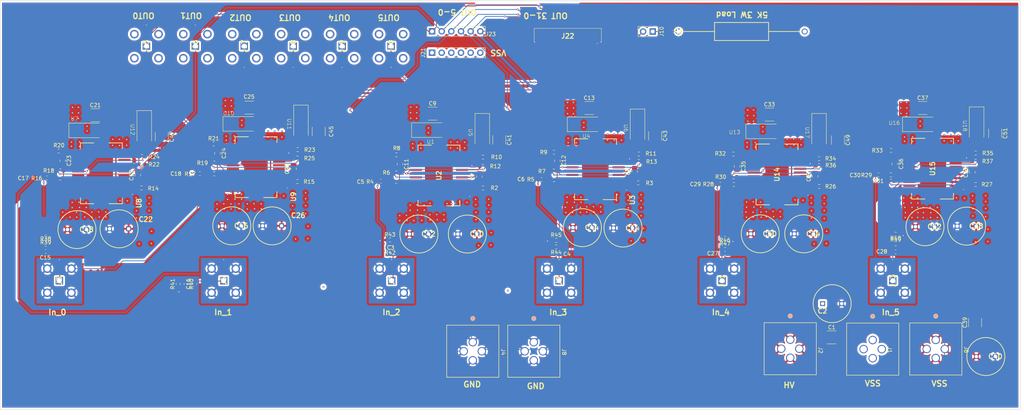
<source format=kicad_pcb>
(kicad_pcb (version 20240108) (generator "pcbnew") (generator_version "8.0")
  (layers (0 "F.Cu" signal) (1 "In1.Cu" power "GND") (2 "In2.Cu" power "C.Cu") (31 "B.Cu" signal) (34 "B.Paste" user) (35 "F.Paste" user) (36 "B.SilkS" user "B.Silkscreen") (37 "F.SilkS" user "F.Silkscreen") (38 "B.Mask" user) (39 "F.Mask" user) (44 "Edge.Cuts" user))
  (net 0 "")
  (net 1 "input_0a")
  (net 2 "input_1a")
  (net 3 "input_0b")
  (net 4 "input_1b")
  (net 5 "input_2a")
  (net 6 "input_2b")
  (net 7 "input_3a")
  (net 8 "input_3b")
  (net 9 "input_4a")
  (net 10 "input_4b")
  (net 11 "Net-(U2A-CC_A_1)")
  (net 12 "input_5a")
  (net 13 "input_5b")
  (net 14 "output_1")
  (net 15 "HV")
  (net 16 "output_0")
  (net 17 "output_2")
  (net 18 "output_3")
  (net 19 "output_4")
  (net 20 "output_5")
  (net 21 "Net-(U3A-CC_A_2)")
  (net 22 "Net-(U3A-CC_A_1)")
  (net 23 "Net-(U2A-CC_A_2)")
  (net 24 "/amp_0/input_0a_lv")
  (net 25 "/amp_0/input_1a_lv")
  (net 26 "/amp_0/input_0b_lv")
  (net 27 "/amp_0/input_1b_lv")
  (net 28 "Net-(U8A-CC_A_1)")
  (net 29 "Net-(U8A-CC_A_2)")
  (net 30 "Net-(U14A-CC_A_2)")
  (net 31 "Net-(U14A-CC_A_1)")
  (net 58 "Net-(U2A-CL_A)")
  (net 59 "Net-(U2A--IN_A)")
  (net 60 "Net-(U8A-CL_A)")
  (net 61 "/amp_0/output_0_mv")
  (net 62 "/amp_0/output_1_mv")
  (net 63 "Net-(U8A--IN_A)")
  (net 64 "/amp_0/output0_mv")
  (net 65 "/amp_0/output1_mv")
  (net 66 "Net-(U14A-CL_A)")
  (net 67 "Net-(U14A--IN_A)")
  (net 71 "Net-(U9A-CC_A_2)")
  (net 72 "Net-(U9A-CC_A_1)")
  (net 73 "Net-(U3A-CL_A)")
  (net 74 "Net-(U3A--IN_A)")
  (net 75 "Net-(U9A-CL_A)")
  (net 76 "Net-(U9A--IN_A)")
  (net 79 "Net-(U15A-CC_A_2)")
  (net 80 "Net-(U15A-CC_A_1)")
  (net 81 "Net-(U15A-CL_A)")
  (net 82 "Net-(U15A--IN_A)")
  (net 84 "Net-(U2B-CC_B_2)")
  (net 85 "Net-(U2B-CC_B_1)")
  (net 86 "Net-(U3B-CC_B_1)")
  (net 87 "Net-(U3B-CC_B_2)")
  (net 88 "Net-(U8B-CC_B_2)")
  (net 89 "Net-(U8B-CC_B_1)")
  (net 90 "Net-(U9B-CC_B_1)")
  (net 91 "Net-(U9B-CC_B_2)")
  (net 92 "Net-(U14B-CC_B_1)")
  (net 93 "Net-(U14B-CC_B_2)")
  (net 94 "Net-(U15B-CC_B_1)")
  (net 95 "Net-(U15B-CC_B_2)")
  (net 96 "Net-(U2B-CL_B)")
  (net 97 "Net-(U3B-CL_B)")
  (net 98 "Net-(U2B--IN_B)")
  (net 99 "Net-(U3B--IN_B)")
  (net 100 "Net-(U8B-CL_B)")
  (net 101 "Net-(U9B-CL_B)")
  (net 102 "Net-(U8B--IN_B)")
  (net 103 "Net-(U9B--IN_B)")
  (net 104 "Net-(U14B-CL_B)")
  (net 105 "Net-(U15B-CL_B)")
  (net 106 "Net-(U14B--IN_B)")
  (net 107 "Net-(U15B--IN_B)")
  (net 108 "/amp_1/input_2a_lv")
  (net 109 "/amp_1/input_3a_lv")
  (net 110 "/amp_1/input_2b_lv")
  (net 111 "/amp_1/input_3b_lv")
  (net 112 "/amp_2/input_4a_lv")
  (net 113 "/amp_2/input_5a_lv")
  (net 114 "/amp_2/input_4b_lv")
  (net 115 "/amp_2/input_5b_lv")
  (net 116 "/amp_1/output2_mv")
  (net 117 "/amp_1/output3_mv")
  (net 118 "/amp_2/output4_mv")
  (net 119 "/amp_2/output5_mv")
  (net 120 "/amp_1/output_2_mv")
  (net 121 "/amp_1/output_3_mv")
  (net 122 "/amp_2/output_4_mv")
  (net 123 "/amp_2/output_5_mv")
  (net 124 "VSS")
  (net 125 "Net-(C3-Pad2)")
  (net 126 "Net-(C4-Pad2)")
  (net 127 "Net-(C15-Pad2)")
  (net 128 "Net-(C16-Pad2)")
  (net 129 "Net-(C27-Pad2)")
  (net 130 "Net-(C28-Pad2)")
  (net 131 "GND")
  (net 132 "Net-(J10-Pin_1)")
  (footprint "Capacitor_SMD:C_0805_2012Metric" (layer "F.Cu") (at 207.8482 57.6326 -90)
    (property "Reference" "C35")
    (property "Value" "0.2pF, 250V")
  )
  (footprint "Capacitor_SMD:C_1812_4532Metric" (layer "F.Cu") (at 234.3912 50.6984 -90)
    (property "Reference" "C49")
    (property "Value" "0.1u, 500V")
  )
  (footprint "726_footprints:banana_plug_CT3151V1-0" (layer "F.Cu") (at 154.3812 103.9241 -90)
    (property "Reference" "J8")
    (property "Value" "CT3151V1-0")
  )
  (footprint "Resistor_SMD:R_0603_1608Metric" (layer "F.Cu") (at 116.5352 77.0128)
    (property "Reference" "R43")
    (property "Value" "100")
  )
  (footprint "Resistor_SMD:R_0603_1608Metric" (layer "F.Cu") (at 92.2528 53.194157)
    (property "Reference" "R23")
    (property "Value" "10")
  )
  (footprint "726_footprints:SMCJ150A-13-F" (layer "F.Cu") (at 225.8434 48.6839 -90)
    (property "Reference" "U17")
    (property "Value" "SMCJ150A")
  )
  (footprint "726_footprints:EEU-EB2G100" (layer "F.Cu") (at 47.7774 74.0664 180)
    (property "Reference" "C22")
    (property "Value" "EEU-EB2G100" (hide yes))
  )
  (footprint "Capacitor_SMD:C_1812_4532Metric" (layer "F.Cu") (at 186.2836 49.5808 -90)
    (property "Reference" "C43")
    (property "Value" "0.1u, 500V")
  )
  (footprint "Resistor_SMD:R_0603_1608Metric" (layer "F.Cu") (at 229.4382 57.4548 180)
    (property "Reference" "R36")
    (property "Value" "70.7")
  )
  (footprint "726_footprints:EEU-EB2G100" (layer "F.Cu") (at 139.398469 75.438 180)
    (property "Reference" "C10")
    (property "Value" "EEU-EB2G100" (hide yes))
  )
  (footprint "Resistor_SMD:R_0603_1608Metric" (layer "F.Cu") (at 229.4636 62.9158)
    (property "Reference" "R26")
    (property "Value" "22.6")
  )
  (footprint "Capacitor_SMD:C_0805_2012Metric" (layer "F.Cu") (at 119.189072 57.047891 -90)
    (property "Reference" "C11")
    (property "Value" "0.75pF, 250V")
  )
  (footprint "Capacitor_SMD:C_0603_1608Metric" (layer "F.Cu") (at 25.971 80.01)
    (property "Reference" "C15")
    (property "Value" "0.1u, 10V")
  )
  (footprint "Resistor_SMD:R_0603_1608Metric" (layer "F.Cu") (at 70.3072 59.594957 180)
    (property "Reference" "R17")
    (property "Value" "10")
  )
  (footprint "Resistor_SMD:R_0603_1608Metric" (layer "F.Cu") (at 159.702072 61.137291 180)
    (property "Reference" "R5")
    (property "Value" "10")
  )
  (footprint "Capacitor_SMD:C_1812_4532Metric" (layer "F.Cu") (at 216.3826 43.9674)
    (property "Reference" "C33")
    (property "Value" "0.1u, 500V")
  )
  (footprint "Resistor_SMD:R_0603_1608Metric" (layer "F.Cu") (at 248.3358 59.8424 180)
    (property "Reference" "R29")
    (property "Value" "10")
  )
  (footprint "726_footprints:EEU-EB2G100" (layer "F.Cu") (at 230.3672 93.7768)
    (property "Reference" "C2")
    (property "Value" "EEU-EB2G100" (hide yes))
  )
  (footprint "726_footprints:SMCJ150A-13-F" (layer "F.Cu") (at 77.6145 50.007157)
    (property "Reference" "U10")
    (property "Value" "SMCJ150A")
  )
  (footprint "726_footprints:112404" (layer "F.Cu") (at 248.8184 87.7316 -90)
    (property "Reference" "J13")
    (property "Value" "SMA_RF2-04A-T-00-50-G" (hide yes))
  )
  (footprint "Resistor_SMD:R_0603_1608Metric" (layer "F.Cu") (at 270.6116 56.261 180)
    (property "Reference" "R37")
    (property "Value" "70.7")
  )
  (footprint "Capacitor_SMD:C_1812_4532Metric" (layer "F.Cu") (at 127.748872 43.712891)
    (property "Reference" "C9")
    (property "Value" "0.1u, 500V")
  )
  (footprint "Resistor_SMD:R_0603_1608Metric" (layer "F.Cu") (at 206.9338 60.3758)
    (property "Reference" "R30")
    (property "Value" "70.7")
  )
  (footprint "726_footprints:PA341DF" (layer "F.Cu") (at 40.6146 59.442557 90)
    (property "Reference" "U8")
    (property "Value" "PA343" (hide yes))
  )
  (footprint "Resistor_SMD:R_0603_1608Metric" (layer "F.Cu") (at 29.3624 53.575157 180)
    (property "Reference" "R20")
    (property "Value" "22.6")
  )
  (footprint "Capacitor_SMD:C_0805_2012Metric" (layer "F.Cu") (at 50.2158 59.950557 90)
    (property "Reference" "C19")
    (property "Value" "0.75pF, 250V")
  )
  (footprint "Resistor_SMD:R_0603_1608Metric" (layer "F.Cu") (at 159.651272 58.851291)
    (property "Reference" "R7")
    (property "Value" "70.7")
  )
  (footprint "726_footprints:banana_plug_CT3151V1-0" (layer "F.Cu") (at 138.3284 103.9241 -90)
    (property "Reference" "J4")
    (property "Value" "CT3151V1-0")
  )
  (footprint "726_footprints:banana_plug_CT3151V1-0" (layer "F.Cu") (at 221.8436 103.2637 -90)
    (property "Reference" "J2")
    (property "Value" "CT3151V1-2")
  )
  (footprint "Capacitor_SMD:C_0805_2012Metric" (layer "F.Cu") (at 71.1708 54.159357 -90)
    (property "Reference" "C24")
    (property "Value" "0.2pF, 250V")
  )
  (footprint "Capacitor_SMD:C_0805_2012Metric" (layer "F.Cu") (at 91.1606 58.248757 90)
    (property "Reference" "C20")
    (property "Value" "0.75pF, 250V")
  )
  (footprint "Capacitor_SMD:C_0603_1608Metric" (layer "F.Cu") (at 26.2636 60.636357)
    (property "Reference" "C17")
    (property "Value" "0.1u, 10V")
  )
  (footprint "Resistor_SMD:R_0603_1608Metric" (layer "F.Cu") (at 229.4382 55.6006)
    (property "Reference" "R34")
    (property "Value" "10")
  )
  (footprint "Connector_PinHeader_2.54mm:PinHeader_1x06_P2.54mm_Vertical" (layer "F.Cu") (at 127.6096 22.0472 90)
    (property "Reference" "J23")
    (property "Value" "Conn_01x06_Pin")
  )
  (footprint "726_footprints:SMCJ150A-13-F" (layer "F.Cu") (at 37.0761 51.734357)
    (property "Reference" "U7")
    (property "Value" "SMCJ150A")
  )
  (footprint "726_footprints:112404" (layer "F.Cu") (at 72.7964 87.7316 -90)
    (property "Reference" "J5")
    (property "Value" "SMA_RF2-04A-T-00-50-G" (hide yes))
  )
  (footprint "Resistor_SMD:R_0603_1608Metric" (layer "F.Cu") (at 25.971 76.2 180)
    (property "Reference" "R39")
    (property "Value" "100")
  )
  (footprint "726_footprints:112404" (layer "F.Cu") (at 203.9112 87.7316 -90)
    (property "Reference" "J11")
    (property "Value" "SMA_RF2-04A-T-00-50-G" (hide yes))
  )
  (footprint "Resistor_SMD:R_0603_1608Metric" (layer "F.Cu") (at 29.7688 60.712557 180)
    (property "Reference" "R16")
    (property "Value" "10")
  )
  (footprint "Capacitor_SMD:C_0603_1608Metric" (layer "F.Cu") (at 249.5804 80.1116)
    (property "Reference" "C28")
    (property "Value" "0.1u, 10V")
  )
  (footprint "Capacitor_SMD:C_1812_4532Metric" (layer "F.Cu") (at 56.515 49.784 -90)
    (property "Reference" "C47")
    (property "Value" "0.1u, 500V")
  )
  (footprint "Resistor_SMD:R_0603_1608Metric" (layer "F.Cu") (at 141.033072 63.296291)
    (property "Reference" "R2")
    (property "Value" "22.6")
  )
  (footprint "Capacitor_SMD:C_0603_1608Metric" (layer "F.Cu") (at 65.1764 88.5952 -90)
    (property "Reference" "C16")
    (property "Value" "0.1u, 10V")
  )
  (footprint "Resistor_SMD:R_0603_1608Metric" (layer "F.Cu") (at 51.308 55.048357 180)
    (property "Reference" "R24")
    (property "Value" "70.7")
  )
  (footprint "Capacitor_SMD:C_0805_2012Metric" (layer "F.Cu") (at 249.3276 56.978 -90)
    (property "Reference" "C36")
    (property "Value" "0.2pF, 250V")
  )
  (footprint "Capacitor_SMD:C_0805_2012Metric" (layer "F.Cu") (at 269.7226 59.182 90)
    (property "Reference" "C32")
    (property "Value" "0.75pF, 250V")
  )
  (footprint "726_footprints:PA341DF" (layer "F.Cu") (at 170.612909 58.368182 90)
    (property "Reference" "U3")
    (property "Value" "PA343" (hide yes))
  )
  (footprint "Capacitor_SMD:C_1812_4532Metric" (layer "F.Cu") (at 39.0398 44.151757)
    (property "Reference" "C21")
    (property "Value" "0.1u, 500V")
  )
  (footprint "726_footprints:112404" (layer "F.Cu") (at 161.036 87.7316 -90)
    (property "Reference" "J9")
    (property "Value" "SMA_RF2-04A-T-00-50-G" (hide yes))
  )
  (footprint "726_footprints:SMCJ150A-13-F" (layer "F.Cu") (at 215.1809 51.9818)
    (property "Reference" "U13")
    (property "Value" "SMCJ150A")
  )
  (footprint "726_footprints:PA341DF" (layer "F.Cu") (at 81.3054 57.816957 90)
    (property "Reference" "U9")
    (property "Value" "PA343" (hide yes))
  )
  (footprint "Capacitor_SMD:C_0603_1608Metric" (layer "F.Cu") (at 203.454 62.3316)
    (property "Reference" "C29")
    (property "Value" "0.1u, 10V")
  )
  (footprint "726_footprints:PA341DF" (layer "F.Cu") (at 218.3638 59.7408 90)
    (property "Reference" "U14")
    (property "Value" "PA343" (hide yes))
  )
  (footprint "Resistor_SMD:R_0603_1608Metric" (layer "F.Cu") (at 140.982272 57.632091 180)
    (property "Reference" "R12")
    (property "Value" "70.7")
  )
  (footprint "Resistor_SMD:R_0603_1608Metric" (layer "F.Cu") (at 118.198472 61.543691 180)
    (property "Reference" "R4")
    (property "Value" "10")
  )
  (footprint "Capacitor_SMD:C_0805_2012Metric" (layer "F.Cu") (at 228.3968 60.2234 90)
    (property "Reference" "C31")
    (property "Value" "0.75pF, 250V")
  )
  (footprint "Resistor_SMD:R_0603_1608Metric" (layer "F.Cu") (at 181.850872 61.950091)
    (property "Reference" "R3")
    (property "Value" "22.6")
  )
  (footprint "Capacitor_SMD:C_0603_1608Metric" (layer "F.Cu") (at 156.4132 61.1124)
    (property "Reference" "C6")
    (property "Value" "0.1u, 10V")
  )
  (footprint "Resistor_SMD:R_0603_1608Metric" (layer "F.Cu") (at 25.971 78.1304)
    (property "Reference" "R38")
    (property "Value" "10")
  )
  (footprint "726_footprints:PA341DF" (layer "F.Cu") (at 259.2832 58.2168 90)
    (property "Reference" "U15")
    (property "Value" "PA343" (hide yes))
  )
  (footprint "Capacitor_SMD:C_0603_1608Metric" (layer "F.Cu") (at 245.0592 59.8424)
    (property "Reference" "C30")
    (property "Value" "0.1u, 10V")
  )
  (footprint "Resistor_SMD:R_0603_1608Metric" (layer "F.Cu") (at 181.977872 56.311291 180)
    (property "Reference" "R13")
    (property "Value" "70.7")
  )
  (footprint "Capacitor_SMD:C_1812_4532Metric" (layer "F.Cu") (at 97.79 48.4378 -90)
    (property "Reference" "C45")
    (property "Value" "0.1u, 500V")
  )
  (footprint "Resistor_SMD:R_0603_1608Metric" (layer "F.Cu") (at 29.8196 58.782157)
    (property "Reference" "R18")
    (property "Value" "70.7")
  )
  (footprint "Resistor_SMD:R_0603_1608Metric" (layer "F.Cu") (at 248.3612 53.4162 180)
    (property "Reference" "R33")
    (property "Value" "22.6")
  )
  (footprint "Capacitor_SMD:C_1812_4532Metric" (layer "F.Cu") (at 232.7656 102.6668)
    (property "Reference" "C1")
    (property "Value" "0.1u, 500V")
  )
  (footprint "Resistor_SMD:R_0603_1608Metric" (layer "F.Cu") (at 249.5804 75.4888 180)
    (property "Reference" "R49")
    (property "Value" "100")
  )
  (footprint "Connector_PinHeader_2.54mm:PinHeader_1x02_P2.54mm_Vertical" (layer "F.Cu") (at 185.679 22.098 -90)
    (property "Reference" "J10")
    (property "Value" "Conn_01x02_Pin")
  )
  (footprint "Capacitor_SMD:C_0603_1608Metric" (layer "F.Cu") (at 116.586 80.8228 180)
    (property "Reference" "C3")
    (property "Value" "0.1u, 10V")
  )
  (footprint "Resistor_SMD:R_0603_1608Metric" (layer "F.Cu") (at 60.8076 88.5952 90)
    (property "Reference" "R41")
    (property "Value" "100")
  )
  (footprint "726_footprints:112404" (layer "F.Cu") (at 91.09456 25.9588 90)
    (property "Reference" "J18")
    (property "Value" "SMA_RF2-04A-T-00-50-G" (hide yes))
  )
  (footprint "726_footprints:SMCJ150A-13-F" (layer "F.Cu") (at 137.2482 48.6839 -90)
    (property "Reference" "U5")
    (property "Value" "SMCJ150A")
  )
  (footprint "726_footprints:SMCJ150A-13-F" (layer "F.Cu") (at 256.3797 50.1276)
    (property "Reference" "U16")
    (property "Value" "SMCJ150A")
  )
  (footprint "Resistor_SMD:R_0603_1608Metric" (layer "F.Cu") (at 62.8904 88.5952 -90)
    (property "Reference" "R40")
    (property "Value" "10")
  )
  (footprint "Resistor_SMD:R_0603_1608Metric" (layer "F.Cu") (at 159.702072 53.898291 180)
    (property "Reference" "R9")
    (property "Value" "22.6")
  )
  (footprint "Capacitor_SMD:C_0603_1608Metric" (layer "F.Cu") (at 160.274 80.5688 180)
    (property "Reference" "C4")
    (property "Value" "0.1u, 10V")
  )
  (footprint "726_footprints:112404" (layer "F.Cu") (at 52.4764 25.9588 -90)
    (property "Reference" "J15")
    (property "Value" "SMA_RF2-04A-T-00-50-G" (hide yes))
  )
  (footprint "Resistor_SMD:R_0603_1608Metric" (layer "F.Cu") (at 70.1548 51.695557 180)
    (property "Reference" "R21")
    (property "Value" "22.6")
  )
  (footprint "726_footprints:112404" (layer "F.Cu") (at 78.22184 25.9588 90)
    (property "Reference" "J17")
    (property "Value" "SMA_RF2-04A-T-00-50-G" (hide yes))
  )
  (footprint "Capacitor_SMD:C_1812_4532Metric" (layer "F.Cu") (at 270.4592 98.7552 90)
    (property "Reference" "C39")
    (property "Value" "0.1u, 500V")
  )
  (footprint "Resistor_SMD:R_0603_1608Metric" (layer "F.Cu") (at 51.1556 63.277957)
    (property "Reference" "R14")
    (property "Value" "22.6")
  )
  (footprint "Capacitor_SMD:C_1812_4532Metric" (layer "F.Cu") (at 168.958835 42.2402)
    (property "Reference" "C13")
    (property "Value" "0.1u, 500V")
  )
  (footprint "Capacitor_SMD:C_0603_1608Metric" (layer "F.Cu") (at 114.159872 61.543691)
    (property "Reference" "C5")
    (property "Value" "0.1u, 10V")
  )
  (footprint "Capacitor_SMD:C_0805_2012Metric" (layer "F.Cu") (at 140.042472 60.324491 90)
    (property "Reference" "C7")
    (property "Value" "0.2pF, 250V")
  )
  (footprint "Connector_PinHeader_2.54mm:PinHeader_1x06_P2.54mm_Vertical" (layer "F.Cu") (at 127.6096 27.686 90)
    (property "Reference" "J21")
    (property "Value" "Conn_01x06_Pin")
  )
  (footprint "726_footprints:banana_plug_CT3151V1-0" (layer "F.Cu") (at 260.1341 103.3272 -90)
    (property "Reference" "J6")
    (property "Value" "CT3151V1-0")
  )
  (footprint "726_footprints:SMCJ150A-13-F" (layer "F.Cu") (at 127.232972 51.651091)
    (property "Reference" "U1")
    (property "Value" "SMCJ150A")
  )
  (footprint "Resistor_SMD:R_0603_1608Metric" (layer "F.Cu") (at 206.9084 54.3814 180)
    (property "Reference" "R32")
    (property "Value" "22.6")
  )
  (footprint "726_footprints:112404" (layer "F.Cu") (at 116.9924 87.7316 -90)
    (property "Reference" "J7")
    (property "Value" "SMA_RF2-04A-T-00-50-G" (hide yes))
  )
  (footprint "Resistor_SMD:R_0603_1608Metric" (layer "F.Cu") (at 248.3104 61.5188)
    (property "Reference" "R31")
    (property "Value" "70.7")
  )
  (footprint "726_footprints:EEU-EB2G100" (layer "F.Cu") (at 216.4588 75.3872 180)
    (property "Reference" "C50")
    (property "Value" "EEU-EB2G100" (hide yes))
  )
  (footprint "Capacitor_SMD:C_0805_2012Metric" (layer "F.Cu") (at 180.911072 58.952891 90)
    (property "Reference" "C8")
    (property "Value" "0.2pF, 250V")
  )
  (footprint "Resistor_SMD:R_0603_1608Metric" (layer "F.Cu") (at 51.2826 57.105757)
    (property "Reference" "R22")
    (property "Value" "10")
  )
  (footprint "Capacitor_SMD:C_1812_4532Metric" (layer "F.Cu") (at 79.5274 42.145157)
    (property "Reference" "C25")
    (property "Value" "0.1u, 500V")
  )
  (footprint "726_footprints:EEU-EB2G100" (layer "F.Cu") (at 169.672 73.7616 180)
    (property "Reference" "C44")
    (property "Value" "EEU-EB2G100" (hide yes))
  )
  (footprint "726_footprints:SMCJ150A-13-F" (layer "F.Cu") (at 267.2962 46.9567 -90)
    (property "Reference" "U18")
    (property "Value" "SMCJ150A")
  )
  (footprint "Resistor_SMD:R_0603_1608Metric" (layer "F.Cu") (at 249.5804 77.978)
    (property "Reference" "R48")
    (property "Value" "10")
  )
  (footprint "Resistor_SMD:R_0603_1608Metric" (layer "F.Cu") (at 160.274 78.8416 180)
    (property "Reference" "R44")
    (property "Value" "10")
  )
  (footprint "Resistor_SMD:R_0603_1608Metric" (layer "F.Cu") (at 270.637 54.102)
    (property "Reference" "R35")
    (property "Value" "10")
  )
  (footprint "Capacitor_SMD:C_1812_4532Metric" (layer "F.Cu") (at 256.6924 42.2402)
    (property "Reference" "C37")
    (property "Value" "0.1u, 500V")
  )
  (footprint "Resistor_SMD:R_0603_1608Metric" (layer "F.Cu") (at 206.9846 62.3824 180)
    (property "Reference" "R28")
    (property "Value" "10")
  )
  (footprint "726_footprints:112404" (layer "F.Cu") (at 116.84 25.9588 90)
    (property "Reference" "J20")
    (property "Value" "SMA_RF2-04A-T-00-50-G" (hide yes))
  )
  (footprint "726_footprints:SMCJ150A-13-F" (layer "F.Cu") (at 48.3228 47.9219 -90)
    (property "Reference" "U12")
    (property "Value" "SMCJ150A")
  )
  (footprint "726_footprints:EEU-EB2G100" (layer "F.Cu") (at 259.7912 73.5076 180)
    (property "Reference" "C52")
    (property "Value" "EEU-EB2G100" (hide yes))
  )
  (footprint "726_footprints:RESAD3322W86L1422D475" (layer "F.Cu") (at 192.4425 22.098)
    (property "Reference" "R1")
    (property "Value" "5k, 3W" (hide yes))
  )
  (footprint "Capacitor_SMD:C_0805_2012Metric" (layer "F.Cu") (at 30.4292 56.140557 -90)
    (property "Reference" "C23")
    (property "Value" "0.2pF, 250V")
  )
  (footprint "726_footprints:112404" (layer "F.Cu") (at 103.96728 25.9588 90)
    (property "Reference" "J19")
    (property "Value" "SMA_RF2-04A-T-00-50-G" (hide yes))
  )
  (footprint "726_footprints:EEU-EB2G100" (layer "F.Cu") (at 36.703 74.2696 180)
    (property "Reference" "C48")
    (property "Value" "EEU-EB2G100" (hide yes))
  )
  (footprint "726_footprints:EEU-EB2G100" (layer "F.Cu") (at 275.804 107.696 180)
    (property "Reference" "C40")
    (property "Value" "EEU-EB2G100" (hide yes))
  )
  (footprint "726_footprints:SMCJ150A-13-F" (layer "F.Cu") (at 168.214335 50.1276)
    (property "Reference" "U4")
    (property "Value" "SMCJ150A")
  )
  (footprint "726_footprints:banana_plug_CT3151V1-0" (layer "F.Cu") (at 243.5352 103.3653 -90)
    (property "Reference" "J1")
    (property "Value" "CT3151V1-0")
  )
  (footprint "726_footprints:EEU-EB2G100" (layer "F.Cu") (at 270.764 73.3552 180)
    (property "Reference" "C38")
    (property "Value" "EEU-EB2G100" (hide yes))
  )
  (footprint "Resistor_SMD:R_0603_1608Metric" (layer "F.Cu") (at 270.6128 62.3882)
    (property "Reference" "R27")
    (property "Value" "22.6")
  )
  (footprint "Resistor_SMD:R_0603_1608Metric" (layer "F.Cu") (at 92.202 61.601557)
    (property "Reference" "R15")
    (property "Value" "22.6")
  )
  (footprint "Resistor_SMD:R_0603_1608Metric" (layer "F.Cu") (at 204.6732 78.486)
    (property "Reference" "R46")
    (property "Value" "10")
  )
  (footprint "726_footprints:112404" (layer "F.Cu") (at 65.34912 25.9588 -90)
    (property "Reference" "J16")
    (property "Value" "SMA_RF2-04A-T-00-50-G" (hide yes))
  )
  (footprint "Capacitor_SMD:C_0603_1608Metric" (layer "F.Cu") (at 66.548 59.518757)
    (property "Reference" "C18")
    (property "Value" "0.1u, 10V")
  )
  (footprint "726_footprints:Molex_5034803200" (layer "F.Cu") (at 163.322 23.2972 180)
    (property "Reference" "J22")
    (property "Value" "503480-3200" (hide yes))
  )
  (footprint "Resistor_SMD:R_0603_1608Metric" (layer "F.Cu") (at 118.249272 54.558691 180)
    (property "Reference" "R8")
    (property "Value" "22.6")
  )
  (footprint "726_footprints:PA341DF" (layer "F.Cu") (at 129.425272 60.019691 90)
    (property "Reference" "U2")
    (property "Value" "PA343" (hide yes))
  )
  (footprint "Resistor_SMD:R_0603_1608Metric" (layer "F.Cu") (at 118.223872 59.384691)
    (property "Reference" "R6")
    (property "Value" "70.7")
  )
  (footprint "726_footprints:EEU-EB2G100" (layer "F.Cu") (at 227.8996 75.3872 180)
    (property "Reference" "C34")
    (property "Value" "EEU-EB2G100" (hide yes))
  )
  (footprint "726_footprints:EEU-EB2G100" (layer "F.Cu") (at 77.4192 73.279 180)
    (property "Reference" "C46")
    (property "Value" "EEU-EB2G100" (hide yes))
  )
  (footprint "726_footprints:SMCJ150A-13-F" (layer "F.Cu") (at 89.547 46.4741 -90)
    (property "Reference" "U11")
    (property "Value" "SMCJ150A")
  )
  (footprint "726_footprints:EEU-EB2G100" (layer "F.Cu") (at 88.0364 73.279 180)
    (property "Reference" "C26")
    (property "Value" "EEU-EB2G100" (hide yes))
  )
  (footprint "Capacitor_SMD:C_0603_1608Metric" (layer "F.Cu") (at 204.6732 80.518)
    (property "Reference" "C27")
    (property "Value" "0.1u, 10V")
  )
  (footprint "Resistor_SMD:R_0603_1608Metric" (layer "F.Cu") (at 92.2274 55.429357 180)
    (property "Reference" "R25")
    (property "Value" "70.7")
  )
  (footprint "Capacitor_SMD:C_1812_4532Metric" (layer "F.Cu") (at 275.7424 48.9204 -90)
    (property "Reference" "C51")
    (property "Value" "0.1u, 500V")
  )
  (footprint "Capacitor_SMD:C_1812_4532Metric" (layer "F.Cu") (at 145.288 50.6476 -90)
    (property "Reference" "C41")
    (property "Value" "0.1u, 500V")
  )
  (footprint "Capacitor_SMD:C_0805_2012Metric" (layer "F.Cu") (at 160.565672 56.108091 -90)
    (property "Reference" "C12")
    (property "Value" "0.75pF, 250V")
  )
  (footprint "Resistor_SMD:R_0603_1608Metric" (layer "F.Cu") (at 160.274 77.1144)
    (property "Reference" "R45")
    (property "Value" "100")
  )
  (footprint "Resistor_SMD:R_0603_1608Metric" (layer "F.Cu") (at 116.586 78.9432 180)
    (property "Reference" "R42")
    (property "Value" "10")
  )
  (footprint "Resistor_SMD:R_0603_1608Metric" (layer "F.Cu") (at 204.6732 76.5556 180)
    (property "Reference" "R47")
    (property "Value" "100")
  )
  (footprint "Resistor_SMD:R_0603_1608Metric" (layer "F.Cu") (at 141.007672 55.193691)
    (property "Reference" "R10")
    (property "Value" "10")
  )
  (footprint "726_footprints:EEU-EB2G100" (layer "F.Cu") (at 180.3508 73.8632 180)
    (property "Reference" "C14")
    (property "Value" "EEU-EB2G100" (hide yes))
  )
  (footprint "726_footprints:EEU-EB2G100" (layer "F.Cu") (at 126.6552 75.438 180)
    (property "Reference" "C42")
    (property "Value" "EEU-EB2G100" (hide yes))
  )
  (footprint "726_footprints:112404" (layer "F.Cu") (at 29.5711 87.7316 -90)
    (property "Reference" "J3")
    (property "Value" "SMA_RF2-04A-T-00-50-G" (hide yes))
  )
  (footprint "726_footprints:SMCJ150A-13-F" (layer "F.Cu") (at 178.0914 47.5155 -90)
    (property "Reference" "U6")
    (property "Value" "SMCJ150A")
  )
  (footprint "Resistor_SMD:R_0603_1608Metric" (layer "F.Cu") (at 182.003272 54.355491)
    (property "Reference" "R11")
    (property "Value" "10")
  )
  (footprint "Resistor_SMD:R_0603_1608Metric" (layer "F.Cu") (at 70.3326 56.775557)
    (property "Reference" "R19")
    (property "Value" "70.7")
  )
  (gr_rect (start 14 14) (end 282.3372 121.6512) (stroke (width 0.1)) (fill none) (layer "Edge.Cuts"))
  (gr_text "GND" (at 135.6868 115.9256 0) (layer "F.SilkS") (effects (font (size 1.5 1.5) (thickness 0.3) (bold yes)) (justify left bottom)))
  (gr_text "VSS" (at 258.826 115.7224 0) (layer "F.SilkS") (effects (font (size 1.5 1.5) (thickness 0.3) (bold yes)) (justify left bottom)))
  (gr_text "GND" (at 152.4 116.3828 0) (layer "F.SilkS") (effects (font (size 1.5 1.5) (thickness 0.3) (bold yes)) (justify left bottom)))
  (gr_text "OUT 31-0" (at 163.4744 17.018 180) (layer "F.SilkS") (effects (font (size 1.5 1.5) (thickness 0.3) (bold yes)) (justify left bottom)))
  (gr_text "5K 3W Load" (at 216.154 16.764 180) (layer "F.SilkS") (effects (font (size 1.5 1.5) (thickness 0.3) (bold yes)) (justify left bottom)))
  (gr_text "In_1" (at 70.1548 96.9264 0) (layer "F.SilkS") (effects (font (size 1.5 1.5) (thickness 0.3) (bold yes)) (justify left bottom)))
  (gr_text "VSS" (at 241.3 115.6716 0) (layer "F.SilkS") (effects (font (size 1.5 1.5) (thickness 0.3) (bold yes)) (justify left bottom)))
  (gr_text "OUT2" (at 80.2688 17.516 180) (layer "F.SilkS") (effects (font (size 1.5 1.5) (thickness 0.3) (bold yes)) (justify left bottom)))
  (gr_text "OUT 5-0" (at 139.5188 16.116 180) (layer "F.SilkS") (effects (font (size 1.5 1.5) (thickness 0.3) (bold yes)) (justify left bottom)))
  (gr_text "OUT3" (at 93.2688 17.516 180) (layer "F.SilkS") (effects (font (size 1.5 1.5) (thickness 0.3) (bold yes)) (justify left bottom)))
  (gr_text "In_3" (at 158.2928 96.9264 0) (layer "F.SilkS") (effects (font (size 1.5 1.5) (thickness 0.3) (bold yes)) (justify left bottom)))
  (gr_text "VSS" (at 147.32 26.8224 180) (layer "F.SilkS") (effects (font (size 1.5 1.5) (thickness 0.3) (bold yes)) (justify left bottom)))
  (gr_text "In_2" (at 114.4016 96.9264 0) (layer "F.SilkS") (effects (font (size 1.5 1.5) (thickness 0.3) (bold yes)) (justify left bottom)))
  (gr_text "In_4" (at 201.0664 96.9264 0) (layer "F.SilkS") (effects (font (size 1.5 1.5) (thickness 0.3) (bold yes)) (justify left bottom)))
  (gr_text "In_5" (at 245.7704 96.9264 0) (layer "F.SilkS") (effects (font (size 1.5 1.5) (thickness 0.3) (bold yes)) (justify left bottom)))
  (gr_text "OUT1" (at 67.2688 17.016 180) (layer "F.SilkS") (effects (font (size 1.5 1.5) (thickness 0.3) (bold yes)) (justify left bottom)))
  (gr_text "HV" (at 219.9132 116.1288 0) (layer "F.SilkS") (effects (font (size 1.5 1.5) (thickness 0.3) (bold yes)) (justify left bottom)))
  (gr_text "OUT0" (at 54.7688 17.016 180) (layer "F.SilkS") (effects (font (size 1.5 1.5) (thickness 0.3) (bold yes)) (justify left bottom)))
  (gr_text "OUT4" (at 106.2688 17.516 180) (layer "F.SilkS") (effects (font (size 1.5 1.5) (thickness 0.3) (bold yes)) (justify left bottom)))
  (gr_text "OUT5" (at 119.2688 17.516 180) (layer "F.SilkS") (effects (font (size 1.5 1.5) (thickness 0.3) (bold yes)) (justify left bottom)))
  (gr_text "In_0" (at 26.5176 96.9264 0) (layer "F.SilkS") (effects (font (size 1.5 1.5) (thickness 0.3) (bold yes)) (justify left bottom)))
  (segment (start 147.9804 42.3164) (end 147.9804 42.2656) (width 0.2032) (layer "B.Cu") (net 0))
  (segment (start 29.5711 87.7316) (end 29.5711 87.6245) (width 0.2032) (layer "F.Cu") (net 1))
  (segment (start 29.5711 87.6245) (end 29.6672 87.5284) (width 0.2032) (layer "F.Cu") (net 1))
  (segment (start 29.6672 87.5284) (end 29.6672 85.4202) (width 0.2032) (layer "F.Cu") (net 1))
  (segment (start 25.196 80.949) (end 25.196 80.01) (width 0.2032) (layer "F.Cu") (net 1))
  (segment (start 29.6672 85.4202) (end 25.196 80.949) (width 0.2032) (layer "F.Cu") (net 1))
  (segment (start 71.8442 87.8202) (end 65.1764 87.8202) (width 0.2032) (layer "F.Cu") (net 2))
  (segment (start 71.9328 87.7316) (end 71.8442 87.8202) (width 0.2032) (layer "F.Cu") (net 2))
  (segment (start 72.7964 87.7316) (end 71.9328 87.7316) (width 0.2032) (layer "F.Cu") (net 2))
  (segment (start 25.4762 61.8744) (end 25.4886 61.862) (width 0.2032) (layer "F.Cu") (net 3))
  (segment (start 25.4886 61.862) (end 25.4886 60.636357) (width 0.2032) (layer "F.Cu") (net 3))
  (segment (start 25.4762 61.9252) (end 25.4762 61.8744) (width 0.2032) (layer "F.Cu") (net 3))
  (via (at 25.4762 61.9252) (size 0.508) (drill 0.254) (layers "F.Cu" "B.Cu") (net 3))
  (segment (start 46.288757 82.4992) (end 52.1208 82.4992) (width 0.2032) (layer "B.Cu") (net 3))
  (segment (start 32.7461 84.5566) (end 44.231357 84.5566) (width 0.2032) (layer "B.Cu") (net 3))
  (segment (start 44.231357 84.5566) (end 46.288757 82.4992) (width 0.2032) (layer "B.Cu") (net 3))
  (segment (start 52.1208 82.4992) (end 65.9384 68.6816) (width 0.2032) (layer "B.Cu") (net 3))
  (segment (start 25.4762 70.358) (end 25.4762 61.9252) (width 0.2032) (layer "B.Cu") (net 3))
  (segment (start 64.4652 59.309) (end 65.563243 59.309) (width 0.2032) (layer "F.Cu") (net 4))
  (segment (start 65.563243 59.309) (end 65.773 59.518757) (width 0.2032) (layer "F.Cu") (net 4))
  (via (at 64.4652 59.309) (size 0.508) (drill 0.254) (layers "F.Cu" "B.Cu") (net 4))
  (segment (start 22.1488 96.0628) (end 18.6436 92.5576) (width 0.2032) (layer "B.Cu") (net 4))
  (segment (start 68.2244 85.9536) (end 69.6214 84.5566) (width 0.2032) (layer "B.Cu") (net 4))
  (segment (start 57.15 85.9536) (end 68.2244 85.9536) (width 0.2032) (layer "B.Cu") (net 4))
  (segment (start 64.2112 59.309) (end 64.4652 59.309) (width 0.2032) (layer "B.Cu") (net 4))
  (segment (start 18.6436 64.9732) (end 23.0632 60.5536) (width 0.2032) (layer "B.Cu") (net 4))
  (segment (start 69.5198 90.9066) (end 69.3928 90.7796) (width 0.2032) (layer "B.Cu") (net 4))
  (segment (start 18.6436 92.5576) (end 18.6436 64.9732) (width 0.2032) (layer "B.Cu") (net 4))
  (segment (start 69.6214 90.9066) (end 69.5198 90.9066) (width 0.2032) (layer "B.Cu") (net 4))
  (segment (start 57.15 85.9536) (end 47.0408 96.0628) (width 0.2032) (layer "B.Cu") (net 4))
  (segment (start 47.0408 96.0628) (end 22.1488 96.0628) (width 0.2032) (layer "B.Cu") (net 4))
  (segment (start 117.361 87.363) (end 117.361 80.8228) (width 0.2032) (layer "F.Cu") (net 5))
  (segment (start 116.9924 87.7316) (end 117.361 87.363) (width 0.2032) (layer "F.Cu") (net 5))
  (segment (start 113.284 62.8904) (end 113.384872 62.789528) (width 0.2032) (layer "F.Cu") (net 6))
  (segment (start 113.384872 62.789528) (end 113.384872 61.543691) (width 0.2032) (layer "F.Cu") (net 6))
  (segment (start 113.2332 62.8904) (end 113.284 62.8904) (width 0.2032) (layer "F.Cu") (net 6))
  (via (at 113.2332 62.8904) (size 0.508) (drill 0.254) (layers "F.Cu" "B.Cu") (net 6))
  (segment (start 113.2332 71.973643) (end 113.2332 62.8904) (width 0.2032) (layer "B.Cu") (net 6))
  (segment (start 113.2332 71.973643) (end 114.9424 73.682843) (width 0.2032) (layer "B.Cu") (net 6))
  (segment (start 114.9424 83.4316) (end 113.8174 84.5566) (width 0.2032) (layer "B.Cu") (net 6))
  (segment (start 114.9424 73.682843) (end 114.9424 83.4316) (width 0.2032) (layer "B.Cu") (net 6))
  (segment (start 161.049 87.7186) (end 161.049 80.5688) (width 0.2032) (layer "F.Cu") (net 7))
  (segment (start 161.036 87.7316) (end 161.049 87.7186) (width 0.2032) (layer "F.Cu") (net 7))
  (segment (start 155.4988 62.1284) (end 155.4988 61.2518) (width 0.2032) (layer "F.Cu") (net 8))
  (segment (start 155.4988 61.2518) (end 155.6382 61.1124) (width 0.2032) (layer "F.Cu") (net 8))
  (via (at 155.4988 62.1284) (size 0.508) (drill 0.254) (layers "F.Cu" "B.Cu") (net 8))
  (segment (start 155.4988 62.1284) (end 155.4988 67.564) (width 0.2032) (layer "B.Cu") (net 8))
  (segment (start 155.4988 62.1284) (end 155.4988 61.976) (width 0.2032) (layer "B.Cu") (net 8))
  (segment (start 155.4988 67.564) (end 164.211 76.2762) (width 0.2032) (layer "B.Cu") (net 8))
  (segment (start 164.211 76.2762) (end 164.211 84.5566) (width 0.2032) (layer "B.Cu") (net 8))
  (segment (start 203.9112 87.7316) (end 203.8982 87.7186) (width 0.2032) (layer "F.Cu") (net 9))
  (segment (start 203.8982 87.7186) (end 203.8982 80.518) (width 0.2032) (layer "F.Cu") (net 9))
  (segment (start 202.6412 63.2968) (end 202.692 63.2968) (width 0.2032) (layer "F.Cu") (net 10))
  (segment (start 202.679 63.2838) (end 202.679 62.3316) (width 0.2032) (layer "F.Cu") (net 10))
  (segment (start 202.692 63.2968) (end 202.679 63.2838) (width 0.2032) (layer "F.Cu") (net 10))
  (via (at 202.6412 63.2968) (size 0.508) (drill 0.254) (layers "F.Cu" "B.Cu") (net 10))
  (segment (start 202.6412 63.2968) (end 202.6412 82.6516) (width 0.2032) (layer "B.Cu") (net 10))
  (segment (start 202.6412 82.6516) (end 200.7362 84.5566) (width 0.2032) (layer "B.Cu") (net 10))
  (segment (start 140.042472 60.804491) (end 138.327272 62.519691) (width 0.2032) (layer "F.Cu") (net 11))
  (segment (start 138.327272 62.519691) (end 135.500272 62.519691) (width 0.2032) (layer "F.Cu") (net 11))
  (segment (start 248.8184 80.1246) (end 248.8054 80.1116) (width 0.2032) (layer "F.Cu") (net 12))
  (segment (start 248.8184 87.7316) (end 248.666 87.884) (width 0.2032) (layer "F.Cu") (net 12))
  (segment (start 248.8184 87.7316) (end 248.8184 80.1246) (width 0.2032) (layer "F.Cu") (net 12))
  (segment (start 244.2972 59.8554) (end 244.2842 59.8424) (width 0.2032) (layer "F.Cu") (net 13))
  (segment (start 244.2972 61.1124) (end 244.2972 59.8554) (width 0.2032) (layer "F.Cu") (net 13))
  (via (at 244.2972 61.1124) (size 0.508) (drill 0.254) (layers "F.Cu" "B.Cu") (net 13))
  (segment (start 244.2972 83.2104) (end 245.6434 84.5566) (width 0.2032) (layer "B.Cu") (net 13))
  (segment (start 244.2972 61.1124) (end 244.2972 61.0616) (width 0.2032) (layer "B.Cu") (net 13))
  (segment (start 244.2972 61.1124) (end 244.2972 83.2104) (width 0.2032) (layer "B.Cu") (net 13))
  (segment (start 77.074443 57.316957) (end 75.2304 57.316957) (width 0.2032) (layer "F.Cu") (net 14))
  (segment (start 91.8464 56.635357) (end 91.8464 56.7182) (width 0.2032) (layer "F.Cu") (net 14))
  (segment (start 72.905476 57.316957) (end 75.2304 57.316957) (width 0.2032) (layer "F.Cu") (net 14))
  (segment (start 165.862 16.002) (end 170.572 20.712) (width 0.2032) (layer "F.Cu") (net 14))
  (segment (start 69.3298 53.741281) (end 72.905476 57.316957) (width 0.2032) (layer "F.Cu") (net 14))
  (segment (start 155.956 15.7988) (end 156.1592 16.002) (width 0.2032) (layer "F.Cu") (net 14))
  (segment (start 170.572 20.712) (end 170.572 24.5722) (width 0.2032) (layer "F.Cu") (net 14))
  (segment (start 93.0524 55.429357) (end 91.8464 56.635357) (width 0.2032) (layer "F.Cu") (net 14))
  (segment (start 77.2668 57.1246) (end 77.074443 57.316957) (width 0.2032) (layer "F.Cu") (net 14))
  (segment (start 156.1592 16.002) (end 165.862 16.002) (width 0.2032) (layer "F.Cu") (net 14))
  (segment (start 69.3298 51.695557) (end 69.3298 53.741281) (width 0.2032) (layer "F.Cu") (net 14))
  (via (at 77.2668 57.1246) (size 0.508) (drill 0.254) (layers "F.Cu" "B.Cu") (net 14))
  (via (at 155.956 15.7988) (size 0.508) (drill 0.254) (layers "F.Cu" "B.Cu") (net 14))
  (via (at 91.8464 56.7182) (size 0.508) (drill 0.254) (layers "F.Cu" "B.Cu") (net 14))
  (segment (start 50.6984 57.9628) (end 65.34912 43.31208) (width 0.2032) (layer "B.Cu") (net 14))
  (segment (start 65.4304 23.855477) (end 73.436277 15.8496) (width 0.2032) (layer "B.Cu") (net 14))
  (segment (start 137.16 15.0368) (end 130.1496 22.0472) (width 0.2032) (layer "B.Cu") (net 14))
  (segment (start 91.7956 56.769) (end 77.6224 56.769) (width 0.2032) (layer "B.Cu") (net 14))
  (segment (start 65.34912 25.9588) (end 65.34912 25.73528) (width 0.2032) (layer "B.Cu") (net 14))
  (segment (start 123.952 15.8496) (end 130.1496 22.0472) (width 0.2032) (layer "B.Cu") (net 14))
  (segment (start 155.194 15.0368) (end 137.16 15.0368) (width 0.2032) (layer "B.Cu") (net 14))
  (segment (start 65.34912 43.31208) (end 65.34912 25.9588) (width 0.2032) (layer "B.Cu") (net 14))
  (segment (start 65.34912 25.73528) (end 65.4304 25.654) (width 0.2032) (layer "B.Cu") (net 14))
  (segment (start 77.6224 56.769) (end 77.2668 57.1246) (width 0.2032) (layer "B.Cu") (net 14))
  (segment (start 73.436277 15.8496) (end 123.952 15.8496) (width 0.2032) (layer "B.Cu") (net 14))
  (segment (start 91.8464 56.7182) (end 91.7956 56.769) (width 0.2032) (layer "B.Cu") (net 14))
  (segment (start 65.4304 25.654) (end 65.4304 23.855477) (width 0.2032) (layer "B.Cu") (net 14))
  (segment (start 155.956 15.7988) (end 155.194 15.0368) (width 0.2032) (layer "B.Cu") (net 14))
  (via (at 122.5296 52.7812) (size 0.508) (drill 0.254) (layers "F.Cu" "B.Cu") (net 15))
  (via (at 34.5694 45.0088) (size 0.508) (drill 0.254) (layers "F.Cu" "B.Cu") (net 15))
  (via (at 182.6006 68.5038) (size 0.508) (drill 0.254) (layers "F.Cu" "B.Cu") (net 15))
  (via (at 230.7844 69.2658) (size 0.508) (drill 0.254) (layers "F.Cu" "B.Cu") (net 15))
  (via (at 88.5952 65.405) (size 0.508) (drill 0.254) (layers "F.Cu" "B.Cu") (net 15))
  (via (at 73.2028 41.7322) (size 0.508) (drill 0.254) (layers "F.Cu" "B.Cu") (net 15))
  (via (at 77.5716 45.4914) (size 0.508) (drill 0.254) (layers "F.Cu" "B.Cu") (net 15))
  (via (at 121.9708 43.4848) (size 0.508) (drill 0.254) (layers "F.Cu" "B.Cu") (net 15))
  (via (at 182.6006 70.612) (size 0.508) (drill 0.254) (layers "F.Cu" "B.Cu") (net 15))
  (via (at 267.6652 66.0146) (size 0.508) (drill 0.254) (layers "F.Cu" "B.Cu") (net 15))
  (via (at 227.4316 69.3166) (size 0.508) (drill 0.254) (layers "F.Cu" "B.Cu") (net 15))
  (via (at 53.1876 69.2658) (size 0.508) (drill 0.254) (layers "F.Cu" "B.Cu") (net 15))
  (via (at 36.8554 48.3108) (size 0.508) (drill 0.254) (layers "F.Cu" "B.Cu") (net 15))
  (via (at 231.4194 74.7014) (size 0.508) (drill 0.254) (layers "F.Cu" "B.Cu") (net 15))
  (via (at 269.8242 65.3542) (size 0.508) (drill 0.254) (layers "F.Cu" "B.Cu") (net 15))
  (via (at 250.9012 42.2148) (size 0.508) (drill 0.254) (layers "F.Cu" "B.Cu") (net 15))
  (via (at 273.812 77.3938) (size 0.508) (drill 0.254) (layers "F.Cu" "B.Cu") (net 15))
  (via (at 47.4472 66.7004) (size 0.508) (drill 0.254) (layers "F.Cu" "B.Cu") (net 15))
  (via (at 182.6006 66.6496) (size 0.508) (drill 0.254) (layers "F.Cu" "B.Cu") (net 15))
  (via (at 73.2536 43.2054) (size 0.508) (drill 0.254) (layers "F.Cu" "B.Cu") (net 15))
  (via (at 230.7844 71.374) (size 0.508) (drill 0.254) (layers "F.Cu" "B.Cu") (net 15))
  (via (at 34.8742 51.1556) (size 0.508) (drill 0.254) (layers "F.Cu" "B.Cu") (net 15))
  (via (at 214.63 48.4632) (size 0.508) (drill 0.254) (layers "F.Cu" "B.Cu") (net 15))
  (via (at 32.9946 43.5356) (size 0.508) (drill 0.254) (layers "F.Cu" "B.Cu") (net 15))
  (via (at 250.952 43.688) (size 0.508) (drill 0.254) (layers "F.Cu" "B.Cu") (net 15))
  (via (at 273.2532 68.7324) (size 0.508) (drill 0.254) (layers "F.Cu" "B.Cu") (net 15))
  (via (at 32.7406 51.2064) (size 0.508) (drill 0.254) (layers "F.Cu" "B.Cu") (net 15))
  (via (at 210.6676 42.7736) (size 0.508) (drill 0.254) (layers "F.Cu" "B.Cu") (net 15))
  (via (at 182.6006 65.1002) (size 0.508) (drill 0.254) (layers "F.Cu" "B.Cu") (net 15))
  (via (at 136.779 67.1068) (size 0.508) (drill 0.254) (layers "F.Cu" "B.Cu") (net 15))
  (via (at 163.2712 40.7924) (size 0.508) (drill 0.254) (layers "F.Cu" "B.Cu") (net 15))
  (via (at 142.5194 66.2686) (size 0.508) (drill 0.254) (layers "F.Cu" "B.Cu") (net 15))
  (via (at 75.5904 50.8254) (size 0.508) (drill 0.254) (layers "F.Cu" "B.Cu") (net 15))
  (via (at 124.6632 51.6128) (size 0.508) (drill 0.254) (layers "F.Cu" "B.Cu") (net 15))
  (via (at 139.0904 66.294) (size 0.508) (drill 0.254) (layers "F.Cu" "B.Cu") (net 15))
  (via (at 90.932 69.9262) (size 0.508) (drill 0.254) (layers "F.Cu" "B.Cu") (net 15))
  (via (at 273.2532 70.8406) (size 0.508) (drill 0.254) (layers "F.Cu" "B.Cu") (net 15))
  (via (at 265.557 65.913) (size 0.508) (drill 0.254) (layers "F.Cu" "B.Cu") (net 15))
  (via (at 49.8348 71.2216) (size 0.508) (drill 0.254) (layers "F.Cu" "B.Cu") (net 15))
  (via (at 179.1716 65.1256) (size 0.508) (drill 0.254) (layers "F.Cu" "B.Cu") (net 15))
  (via (at 75.5904 49.6062) (size 0.508) (drill 0.254) (layers "F.Cu" "B.Cu") (net 15))
  (via (at 50.546 78.0288) (size 0.508) (drill 0.254) (layers "F.Cu" "B.Cu") (net 15))
  (via (at 34.6202 43.5356) (size 0.508) (drill 0.254) (layers "F.Cu" "B.Cu") (net 15))
  (via (at 139.1666 69.723) (size 0.508) (drill 0.254) (layers "F.Cu" "B.Cu") (net 15))
  (via (at 227.4316 71.2216) (size 0.508) (drill 0.254) (layers "F.Cu" "B.Cu") (net 15))
  (via (at 210.6168 44.2468) (size 0.508) (drill 0.254) (layers "F.Cu" "B.Cu") (net 15))
  (via (at 256.032 45.72) (size 0.508) (drill 0.254) (layers "F.Cu" "B.Cu") (net 15))
  (via (at 273.2532 65.3288) (size 0.508) (drill 0.254) (layers "F.Cu" "B.Cu") (net 15))
  (via (at 270.6116 77.4954) (size 0.508) (drill 0.254) (layers "F.Cu" "B.Cu") (net 15))
  (via (at 163.2204 42.2656) (size 0.508) (drill 0.254) (layers "F.Cu" "B.Cu") (net 15))
  (via (at 251.9172 51.0032) (size 0.508) (drill 0.254) (layers "F.Cu" "B.Cu") (net 15))
  (via (at 91.7194 76.7334) (size 0.508) (drill 0.254) (layers "F.Cu" "B.Cu") (net 15))
  (via (at 86.741 65.3288) (size 0.508) (drill 0.254) (layers "F.Cu" "B.Cu") (net 15))
  (via (at 225.1964 66.548) (size 0.508) (drill 0.254) (layers "F.Cu" "B.Cu") (net 15))
  (via (at 94.361 64.5668) (size 0.508) (drill 0.254) (layers "F.Cu" "B.Cu") (net 15))
  (via (at 73.4568 50.7746) (size 0.508) (drill 0.254) (layers "F.Cu" "B.Cu") (net 15))
  (via (at 142.5194 69.6722) (size 0.508) (drill 0.254) (layers "F.Cu" "B.Cu") (net 15))
  (via (at 269.8496 66.7766) (size 0.508) (drill 0.254) (layers "F.Cu" "B.Cu") (net 15))
  (via (at 210.6676 45.72) (size 0.508) (drill 0.254) (layers "F.Cu" "B.Cu") (net 15))
  (via (at 126.6444 47.498) (size 0.508) (drill 0.254) (layers "F.Cu" "B.Cu") (net 15))
  (via (at 94.361 70.0786) (size 0.508) (drill 0.254) (layers "F.Cu" "B.Cu") (net 15))
  (via (at 252.476 43.688) (size 0.508) (drill 0.254) (layers "F.Cu" "B.Cu") (net 15))
  (via (at 230.7844 65.8622) (size 0.508) (drill 0.254) (layers "F.Cu" "B.Cu") (net 15))
  (via (at 254.0508 51.054) (size 0.508) (drill 0.254) (layers "F.Cu" "B.Cu") (net 15))
  (via (at 139.8778 78.4352) (size 0.508) (drill 0.254) (layers "F.Cu" "B.Cu") (net 15))
  (via (at 179.197 66.548) (size 0.508) (drill 0.254) (layers "F.Cu" "B.Cu") (net 15))
  (via (at 53.8226 74.7014) (size 0.508) (drill 0.254) (layers "F.Cu" "B.Cu") (net 15))
  (via (at 122.0216 44.958) (size 0.508) (drill 0.254) (layers "F.Cu" "B.Cu") (net 15))
  (via (at 33.0454 42.0624) (size 0.508) (drill 0.254) (layers "F.Cu" "B.Cu") (net 15))
  (via (at 73.4568 49.657) (size 0.508) (drill 0.254) (layers "F.Cu" "B.Cu") (net 15))
  (via (at 163.4236 50.2412) (size 0.508) (drill 0.254) (layers "F.Cu" "B.Cu") (net 15))
  (via (at 34.5694 42.0624) (size 0.508) (drill 0.254) (layers "F.Cu" "B.Cu") (net 15))
  (via (at 176.3014 65.0494) (size 0.508) (drill 0.254) (layers "F.Cu" "B.Cu") (net 15))
  (via (at 32.7406 52.324) (size 0.508) (drill 0.254) (layers "F.Cu" "B.Cu") (net 15))
  (via (at 34.8742 52.3748) (size 0.508) (drill 0.254) (layers "F.Cu" "B.Cu") (net 15))
  (via (at 94.9198 76.6318) (size 0.508) (drill 0.254) (layers "F.Cu" "B.Cu") (net 15))
  (via (at 214.63 47.1932) (size 0.508) (drill 0.254) (layers "F.Cu" "B.Cu") (net 15))
  (via (at 231.3432 77.9272) (size 0.508) (drill 0.254) (layers "F.Cu" "B.Cu") (net 15))
  (via (at 163.4236 51.3588) (size 0.508) (drill 0.254) (layers "F.Cu" "B.Cu") (net 15))
  (via (at 227.3554 65.8876) (size 0.508) (drill 0.254) (layers "F.Cu" "B.Cu") (net 15))
  (via (at 212.2424 44.2468) (size 0.508) (drill 0.254) (layers "F.Cu" "B.Cu") (net 15))
  (via (at 183.1594 77.1652) (size 0.508) (drill 0.254) (layers "F.Cu" "B.Cu") (net 15))
  (via (at 212.6488 51.308) (size 0.508) (drill 0.254) (layers "F.Cu" "B.Cu") (net 15))
  (via (at 273.2532 66.8782) (size 0.508) (drill 0.254) (layers "F.Cu" "B.Cu") (net 15))
  (via (at 90.932 64.5414) (size 0.508) (drill 0.254) (layers "F.Cu" "B.Cu") (net 15))
  (via (at 227.3808 67.31) (size 0.508) (drill 0.254) (layers "F.Cu" "B.Cu") (net 15))
  (via (at 252.476 40.7416) (size 0.508) (drill 0.254) (layers "F.Cu" "B.Cu") (net 15))
  (via (at 165.5572 50.1904) (size 0.508) (drill 0.254) (layers "F.Cu" "B.Cu") (net 15))
  (via (at 139.1666 71.628) (size 0.508) (drill 0.254) (layers "F.Cu" "B.Cu") (net 15))
  (via (at 165.5572 51.4096) (size 0.508) (drill 0.254) (layers "F.Cu" "B.Cu") (net 15))
  (via (at 228.1428 78.0288) (size 0.508) (drill 0.254) (layers "F.Cu" "B.Cu") (net 15))
  (via (at 123.5964 43.4848) (size 0.508) (drill 0.254) (layers "F.Cu" "B.Cu") (net 15))
  (via (at 176.149 66.6242) (size 0.508) (drill 0.254) (layers "F.Cu" "B.Cu") (net 15))
  (via (at 250.952 40.7416) (size 0.508) (drill 0.254) (layers "F.Cu" "B.Cu") (net 15))
  (via (at 49.8348 69.3166) (size 0.508) (drill 0.254) (layers "F.Cu" "B.Cu") (net 15))
  (via (at 142.5194 71.7804) (size 0.508) (drill 0.254) (layers "F.Cu" "B.Cu") (net 15))
  (via (at 73.2536 40.259) (size 0.508) (drill 0.254) (layers "F.Cu" "B.Cu") (net 15))
  (via (at 142.5194 67.818) (size 0.508) (drill 0.254) (layers "F.Cu" "B.Cu") (net 15))
  (via (at 164.7952 40.7924) (size 0.508) (drill 0.254) (layers "F.Cu" "B.Cu") (net 15))
  (via (at 212.1916 42.7736) (size 0.508) (drill 0.254) (layers "F.Cu" "B.Cu") (net 15))
  (via (at 252.5268 42.2148) (size 0.508) (drill 0.254) (layers "F.Cu" "B.Cu") (net 15))
  (via (at 94.361 67.9704) (size 0.508) (drill 0.254) (layers "F.Cu" "B.Cu") (net 15))
  (via (at 53.1876 71.374) (size 0.508) (drill 0.254) (layers "F.Cu" "B.Cu") (net 15))
  (via (at 94.996 73.406) (size 0.508) (drill 0.254) (layers "F.Cu" "B.Cu") (net 15))
  (via (at 123.5456 44.958) (size 0.508) (drill 0.254) (layers "F.Cu" "B.Cu") (net 15))
  (via (at 269.9004 70.6882) (size 0.508) (drill 0.254) (layers "F.Cu" "B.Cu") (net 15))
  (via (at 256.032 46.99) (size 0.508) (drill 0.254) (layers "F.Cu" "B.Cu") (net 15))
  (via (at 251.9172 49.8856) (size 0.508) (drill 0.254) (layers "F.Cu" "B.Cu") (net 15))
  (via (at 164.846 42.2656) (size 0.508) (drill 0.254) (layers "F.Cu" "B.Cu") (net 15))
  (via (at 134.8486 67.0306) (size 0.508) (drill 0.254) (layers "F.Cu" "B.Cu") (net 15))
  (via (at 33.0454 45.0088) (size 0.508) (drill 0.254) (layers "F.Cu" "B.Cu") (net 15))
  (via (at 126.6444 48.768) (size 0.508) (drill 0.254) (layers "F.Cu" "B.Cu") (net 15))
  (via (at 179.959 77.2668) (size 0.508) (drill 0.254) (layers "F.Cu" "B.Cu") (net 15))
  (via (at 77.5716 46.7614) (size 0.508) (drill 0.254) (layers "F.Cu" "B.Cu") (net 15))
  (via (at 210.5152 51.3588) (size 0.508) (drill 0.254) (layers "F.Cu" "B.Cu") (net 15))
  (via (at 143.0782 78.3336) (size 0.508) (drill 0.254) (layers "F.Cu" "B.Cu") (net 15))
  (via (at 230.7844 67.4116) (size 0.508) (drill 0.254) (layers "F.Cu" "B.Cu") (net 15))
  (via (at 164.7952 43.7388) (size 0.508) (drill 0.254) (layers "F.Cu" "B.Cu") (net 15))
  (via (at 179.2478 70.4596) (size 0.508) (drill 0.254) (layers "F.Cu" "B.Cu") (net 15))
  (via (at 212.6488 52.5272) (size 0.508) (drill 0.254) (layers "F.Cu" "B.Cu") (net 15))
  (via (at 122.0216 42.0116) (size 0.508) (drill 0.254) (layers "F.Cu" "B.Cu") (net 15))
  (via (at 179.2478 68.5546) (size 0.508) (drill 0.254) (layers "F.Cu" "B.Cu") (net 15))
  (via (at 49.784 67.31) (size 0.508) (drill 0.254) (layers "F.Cu" "B.Cu") (net 15))
  (via (at 212.1916 45.72) (size 0.508) (drill 0.254) (layers "F.Cu" "B.Cu") (net 15))
  (via (at 124.6632 52.832) (size 0.508) (drill 0.254) (layers "F.Cu" "B.Cu") (net 15))
  (via (at 139.1158 67.7164) (size 0.508) (drill 0.254) (layers "F.Cu" "B.Cu") (net 15))
  (via (at 210.5152 52.4764) (size 0.508) (drill 0.254) (layers "F.Cu" "B.Cu") (net 15))
  (via (at 74.7776 43.2054) (size 0.508) (drill 0.254) (layers "F.Cu" "B.Cu") (net 15))
  (via (at 74.7776 40.259) (size 0.508) (drill 0.254) (layers "F.Cu" "B.Cu") (net 15))
  (via (at 74.8284 41.7322) (size 0.508) (drill 0.254) (layers "F.Cu" "B.Cu") (net 15))
  (via (at 167.5384 46.0756) (size 0.508) (drill 0.254) (layers "F.Cu" "B.Cu") (net 15))
  (via (at 90.932 68.0212) (size 0.508) (drill 0.254) (layers "F.Cu" "B.Cu") (net 15))
  (via (at 90.9574 66.0654) (size 0.508) (drill 0.254) (layers "F.Cu" "B.Cu") (net 15))
  (via (at 53.7464 77.9272) (size 0.508) (drill 0.254) (layers "F.Cu" "B.Cu") (net 15))
  (via (at 183.2356 73.9394) (size 0.508) (drill 0.254) (layers "F.Cu" "B.Cu") (net 15))
  (via (at 254.0508 49.8348) (size 0.508) (drill 0.254) (layers "F.Cu" "B.Cu") (net 15))
  (via (at 223.0882 66.4464) (size 0.508) (drill 0.254) (layers "F.Cu" "B.Cu") (net 15))
  (via (at 36.8554 47.0408) (size 0.508) (drill 0.254) (layers "F.Cu" "B.Cu") (net 15))
  (via (at 53.1876 65.8622) (size 0.508) (drill 0.254) (layers "F.Cu" "B.Cu") (net 15))
  (via (at 94.361 66.1162) (size 0.508) (drill 0.254) (layers "F.Cu" "B.Cu") (net 15))
  (via (at 49.7586 65.8876) (size 0.508) (drill 0.254) (layers "F.Cu" "B.Cu") (net 15))
  (via (at 123.5456 42.0116) (size 0.508) (drill 0.254) (layers "F.Cu" "B.Cu") (net 15))
  (via (at 273.8882 74.168) (size 0.508) (drill 0.254) (layers "F.Cu" "B.Cu") (net 15))
  (via (at 122.5296 51.6636) (size 0.508) (drill 0.254) (layers "F.Cu" "B.Cu") (net 15))
  (via (at 45.5168 66.6242) (size 0.508) (drill 0.254) (layers "F.Cu" "B.Cu") (net 15))
  (via (at 163.2712 43.7388) (size 0.508) (drill 0.254) (layers "F.Cu" "B.Cu") (net 15))
  (via (at 269.9004 68.7832) (size 0.508) (drill 0.254) (layers "F.Cu" "B.Cu") (net 15))
  (via (at 143.1544 75.1078) (size 0.508) (drill 0.254) (layers "F.Cu" "B.Cu") (net 15))
  (via (at 53.1876 67.4116) (size 0.508) (drill 0.254) (layers "F.Cu" "B.Cu") (net 15))
  (via (at 167.5384 47.3456) (size 0.508) (drill 0.254) (layers "F.Cu" "B.Cu") (net 15))
  (segment (start 32.176464 58.942557) (end 34.5396 58.942557) (width 0.2032) (layer "F.Cu") (net 16))
  (segment (start 171.072 24.5722) (end 180.6648 24.5722) (width 0.2032) (layer "F.Cu") (net 16))
  (segment (start 30.697357 58.002357) (end 31.236264 58.002357) (width 0.2032) (layer "F.Cu") (net 16))
  (segment (start 52.076557 55.048357) (end 51.9938 54.9656) (width 0.2032) (layer "F.Cu") (net 16))
  (segment (start 52.4764 25.9588) (end 52.4764 23.936757) (width 0.2032) (layer "F.Cu") (net 16))
  (segment (start 131.826 16.51) (end 131.9784 16.51) (width 0.2032) (layer "F.Cu") (net 16))
  (segment (start 28.5374 55.8424) (end 30.697357 58.002357) (width 0.2032) (layer "F.Cu") (net 16))
  (segment (start 116.779243 17.526) (end 116.830043 17.5768) (width 0.2032) (layer "F.Cu") (net 16))
  (segment (start 36.666757 58.942557) (end 34.5396 58.942557) (width 0.2032) (layer "F.Cu") (net 16))
  (segment (start 139.0904 15.3924) (end 139.2428 15.24) (width 0.2032) (layer "F.Cu") (net 16))
  (segment (start 52.133 55.048357) (end 52.076557 55.048357) (width 0.2032) (layer "F.Cu") (net 16))
  (segment (start 171.072 23.1238) (end 171.072 24.5722) (width 0.2032) (layer "F.Cu") (net 16))
  (segment (start 68.9996 51.898757) (end 52.4764 35.375557) (width 0.2032) (layer "F.Cu") (net 16))
  (segment (start 31.236264 58.002357) (end 32.176464 58.942557) (width 0.2032) (layer "F.Cu") (net 16))
  (segment (start 166.116 15.24) (end 171.0104 20.1344) (width 0.2032) (layer "F.Cu") (net 16))
  (segment (start 171.0104 20.1344) (end 171.0104 23.0622) (width 0.2032) (layer "F.Cu") (net 16))
  (segment (start 133.096 15.3924) (end 139.0904 15.3924) (width 0.2032) (layer "F.Cu") (net 16))
  (segment (start 171.0104 23.0622) (end 171.072 23.1238) (width 0.2032) (layer "F.Cu") (net 16))
  (segment (start 28.5374 53.575157) (end 28.5374 55.8424) (width 0.2032) (layer "F.Cu") (net 16))
  (segment (start 51.9938 54.9656) (end 51.4858 55.4736) (width 0.2032) (layer "F.Cu") (net 16))
  (segment (start 126.6444 22.0472) (end 127.6096 22.0472) (width 0.2032) (layer "F.Cu") (net 16))
  (segment (start 116.830043 17.5768) (end 122.174 17.5768) (width 0.2032) (layer "F.Cu") (net 16))
  (segment (start 128.7644 20.8924) (end 128.7644 19.5716) (width 0.2032) (layer "F.Cu") (net 16))
  (segment (start 128.7644 19.5716) (end 131.826 16.51) (width 0.2032) (layer "F.Cu") (net 16))
  (segment (start 52.4764 35.375557) (end 52.4764 25.9588) (width 0.2032) (layer "F.Cu") (net 16))
  (segment (start 58.887157 17.526) (end 116.779243 17.526) (width 0.2032) (layer "F.Cu") (net 16))
  (segment (start 36.703 58.9788) (end 36.666757 58.942557) (width 0.2032) (layer "F.Cu") (net 16))
  (segment (start 122.174 17.5768) (end 126.6444 22.0472) (width 0.2032) (layer "F.Cu") (net 16))
  (segment (start 51.4858 55.4736) (end 51.4858 55.9816) (width 0.2032) (layer "F.Cu") (net 16))
  (segment (start 127.6096 22.0472) (end 128.7644 20.8924) (width 0.2032) (layer "F.Cu") (net 16))
  (segment (start 139.2428 15.24) (end 166.116 15.24) (width 0.2032) (layer "F.Cu") (net 16))
  (segment (start 131.9784 16.51) (end 133.096 15.3924) (width 0.2032) (layer "F.Cu") (net 16))
  (segment (start 180.6648 24.5722) (end 183.139 22.098) (width 0.2032) (layer "F.Cu") (net 16))
  (segment (start 52.4764 23.936757) (end 58.887157 17.526) (width 0.2032) (layer "F.Cu") (net 16))
  (via (at 51.4858 55.9816) (size 0.508) (drill 0.254) (layers "F.Cu" "B.Cu") (net 16))
  (via (at 36.703 58.9788) (size 0.508) (drill 0.254) (layers "F.Cu" "B.Cu") (net 16))
  (segment (start 51.4858 56.0324) (end 39.6494 56.0324) (width 0.2032) (layer "B.Cu") (net 16))
  (segment (start 51.4858 55.9816) (end 51.4858 56.0324) (width 0.2032) (layer "B.Cu") (net 16))
  (segment (start 39.6494 56.0324) (end 36.703 58.9788) (width 0.2032) (layer "B.Cu") (net 16))
  (segment (start 117.424272 54.558691) (end 117.424272 55.033691) (width 0.2032) (layer "F.Cu") (net 17))
  (segment (start 120.606136 59.519691) (end 120.904 59.519691) (width 0.2032) (layer "F.Cu") (net 17))
  (segment (start 141.807272 57.632091) (end 141.807691 57.632091) (width 0.2032) (layer "F.Cu") (net 17))
  (segment (start 150.368 16.51) (end 165.795264 16.51) (width 0.2032) (layer "F.Cu") (net 17))
  (segment (start 117.424272 54.558691) (end 117.424272 54.381328) (width 0.2032) (layer "F.Cu") (net 17))
  (segment (start 150.114 16.256) (end 150.114 16.278537) (width 0.2032) (layer "F.Cu") (net 17))
  (segment (start 141.807691 57.632091) (end 141.8844 57.7088) (width 0.2032) (layer "F.Cu") (net 17))
  (segment (start 106.0704 42.8752) (end 105.9688 42.7736) (width 0.2032) (layer "F.Cu") (net 17))
  (segment (start 170.072 20.786736) (end 170.072 24.5722) (width 0.2032) (layer "F.Cu") (net 17))
  (segment (start 118.373672 57.655415) (end 119.125835 58.407578) (width 0.2032) (layer "F.Cu") (net 17))
  (segment (start 78.22184 34.68624) (end 78.22184 25.9588) (width 0.2032) (layer "F.Cu") (net 17))
  (segment (start 141.8844 57.7088) (end 141.1732 58.42) (width 0.2032) (layer "F.Cu") (net 17))
  (segment (start 118.373672 55.983091) (end 118.373672 57.655415) (width 0.2032) (layer "F.Cu") (net 17))
  (segment (start 119.125835 58.407578) (end 119.494023 58.407578) (width 0.2032) (layer "F.Cu") (net 17))
  (segment (start 165.795264 16.51) (end 170.072 20.786736) (width 0.2032) (layer "F.Cu") (net 17))
  (segment (start 141.1732 58.42) (end 141.0716 58.42) (width 0.2032) (layer "F.Cu") (net 17))
  (segment (start 119.494023 58.407578) (end 120.606136 59.519691) (width 0.2032) (layer "F.Cu") (net 17))
  (segment (start 117.5004 54.3052) (end 106.0704 42.8752) (width 0.2032) (layer "F.Cu") (net 17))
  (segment (start 117.424272 55.033691) (end 118.373672 55.983091) (width 0.2032) (layer "F.Cu") (net 17))
  (segment (start 80.518 36.9824) (end 78.22184 34.68624) (width 0.2032) (layer "F.Cu") (net 17))
  (segment (start 120.904 59.519691) (end 123.350272 59.519691) (width 0.2032) (layer "F.Cu") (net 17))
  (segment (start 150.114 16.256) (end 150.368 16.51) (width 0.2032) (layer "F.Cu") (net 17))
  (segment (start 117.424272 54.381328) (end 117.5004 54.3052) (width 0.2032) (layer "F.Cu") (net 17))
  (via (at 106.0704 42.8752) (size 0.508) (drill 0.254) (layers "F.Cu" "B.Cu") (net 17))
  (via (at 141.0716 58.42) (size 0.508) (drill 0.254) (layers "F.Cu" "B.Cu") (net 17))
  (via (at 120.904 59.519691) (size 0.508) (drill 0.254) (layers "F.Cu" "B.Cu") (net 17))
  (via (at 150.114 16.256) (size 0.508) (drill 0.254) (layers "F.Cu" "B.Cu") (net 17))
  (segment (start 105.9688 42.7228) (end 113.8428 34.8488) (width 0.2032) (layer "B.Cu") (net 17))
  (segment (start 119.9896 34.8488) (end 123.7488 31.0896) (width 0.2032) (layer "B.Cu") (net 17))
  (segment (start 113.8428 34.8488) (end 119.9896 34.8488) (width 0.2032) (layer "B.Cu") (net 17))
  (segment (start 138.43 16.3068) (end 132.6896 22.0472) (width 0.2032) (layer "B.Cu") (net 17))
  (segment (start 106.0704 42.8752) (end 106.0704 42.8244) (width 0.2032) (layer "B.Cu") (net 17))
  (segment (start 150.114 16.256) (end 150.0632 16.3068) (width 0.2032) (layer "B.Cu") (net 17))
  (segment (start 106.0704 42.8244) (end 105.9688 42.7228) (width 0.2032) (layer "B.Cu") (net 17))
  (segment (start 141.0716 58.42) (end 122.0724 58.42) (width 0.2032) (layer "B.Cu") (net 17))
  (segment (start 126.3904 25.2984) (end 129.4384 25.2984) (width 0.2032) (layer "B.Cu") (net 17))
  (segment (start 129.4384 25.2984) (end 132.6896 22.0472) (width 0.2032) (layer "B.Cu") (net 17))
  (segment (start 123.7488 31.0896) (end 123.7488 27.94) (width 0.2032) (layer "B.Cu") (net 17))
  (segment (start 150.0632 16.3068) (end 138.43 16.3068) (width 0.2032) (layer "B.Cu") (net 17))
  (segment (start 122.0724 58.42) (end 120.9548 59.5376) (width 0.2032) (layer "B.Cu") (net 17))
  (segment (start 123.7488 27.94) (end 126.3904 25.2984) (width 0.2032) (layer "B.Cu") (net 17))
  (segment (start 150.4188 17.78) (end 166.490528 17.78) (width 0.2032) (layer "F.Cu") (net 18))
  (segment (start 91.09456 33.48736) (end 91.09456 25.9588) (width 0.2032) (layer "F.Cu") (net 18))
  (segment (start 150.2156 17.5768) (end 150.4188 17.78) (width 0.2032) (layer "F.Cu") (net 18))
  (segment (start 144.3228 39.1668) (end 96.774 39.1668) (width 0.2032) (layer "F.Cu") (net 18))
  (segment (start 182.803291 56.311291) (end 182.8292 56.3372) (width 0.2032) (layer "F.Cu") (net 18))
  (segment (start 158.877072 53.898291) (end 159.054291 53.898291) (width 0.2032) (layer "F.Cu") (net 18))
  (segment (start 159.054291 53.898291) (end 147.4216 42.2656) (width 0.2032) (layer "F.Cu") (net 18))
  (segment (start 169.572 20.861472) (end 169.572 24.5722) (width 0.2032) (layer "F.Cu") (net 18))
  (segment (start 182.802872 56.311291) (end 182.803291 56.311291) (width 0.2032) (layer "F.Cu") (net 18))
  (segment (start 96.774 39.1668) (end 91.09456 33.48736) (width 0.2032) (layer "F.Cu") (net 18))
  (segment (start 166.490528 17.78) (end 169.572 20.861472) (width 0.2032) (layer "F.Cu") (net 18))
  (segment (start 158.877072 53.898291) (end 158.877072 55.842415) (width 0.2032) (layer "F.Cu") (net 18))
  (segment (start 158.877072 55.842415) (end 160.902839 57.868182) (width 0.2032) (layer "F.Cu") (net 18))
  (segment (start 181.9402 57.2262) (end 181.9148 57.2516) (width 0.2032) (layer "F.Cu") (net 18))
  (segment (start 147.4216 42.2656) (end 144.3228 39.1668) (width 0.2032) (layer "F.Cu") (net 18))
  (segment (start 160.902839 57.868182) (end 164.537909 57.868182) (width 0.2032) (layer "F.Cu") (net 18))
  (segment (start 182.8292 56.3372) (end 181.9402 57.2262) (width 0.2032) (layer "F.Cu") (net 18))
  (via (at 161.9504 57.8612) (size 0.508) (drill 0.254) (layers "F.Cu" "B.Cu") (net 18))
  (via (at 150.2156 17.5768) (size 0.508) (drill 0.254) (layers "F.Cu" "B.Cu") (net 18))
  (via (at 147.4216 42.2656) (size 0.508) (drill 0.254) (layers "F.Cu" "B.Cu") (net 18))
  (via (at 181.9402 57.2262) (size 0.508) (drill 0.254) (layers "F.Cu" "B.Cu") (net 18))
  (segment (start 181.9402 57.2262) (end 181.3052 57.8612) (width 0.2032) (layer "B.Cu") (net 18))
  (segment (start 147.4216 33.1216) (end 137.502 23.202) (width 0.2032) (layer "B.Cu") (net 18))
  (segment (start 135.2296 22.0472) (end 135.4328 22.0472) (width 0.2032) (layer "B.Cu") (net 18))
  (segment (start 137.502 23.202) (end 136.3844 23.202) (width 0.2032) (layer "B.Cu") (net 18))
  (segment (start 139.7 17.5768) (end 150.2156 17.5768) (width 0.2032) (layer "B.Cu") (net 18))
  (segment (start 181.3052 57.8612) (end 161.9504 57.8612) (width 0.2032) (layer "B.Cu") (net 18))
  (segment (start 136.3844 23.202) (end 135.2296 22.0472) (width 0.2032) (layer "B.Cu") (net 18))
  (segment (start 161.9504 57.8612) (end 161.8996 57.8612) (width 0.2032) (layer "B.Cu") (net 18))
  (segment (start 135.2296 22.0472) (end 139.7 17.5768) (width 0.2032) (layer "B.Cu") (net 18))
  (segment (start 147.4216 42.2656) (end 147.4216 33.1216) (width 0.2032) (layer "B.Cu") (net 18))
  (segment (start 214.63 58.7248) (end 214.7316 58.7248) (width 0.2032) (layer "F.Cu") (net 19))
  (segment (start 210.879324 59.2408) (end 206.0834 54.444876) (width 0.2032) (layer "F.Cu") (net 19))
  (segment (start 230.1748 57.4548) (end 229.362 58.2676) (width 0.2032) (layer "F.Cu") (net 19))
  (segment (start 176.6824 37.4904) (end 153.162 37.4904) (width 0.2032) (layer "F.Cu") (net 19))
  (segment (start 214.63 58.7248) (end 214.114 59.2408) (width 0.2032) (layer "F.Cu") (net 19))
  (segment (start 146.8628 18.1864) (end 166.322192 18.1864) (width 0.2032) (layer "F.Cu") (net 19))
  (segment (start 206.0834 54.444876) (end 206.0834 54.3814) (width 0.2032) (layer "F.Cu") (net 19))
  (segment (start 193.5734 54.3814) (end 176.6824 37.4904) (width 0.2032) (layer "F.Cu") (net 19))
  (segment (start 146.812 18.1356) (end 146.8628 18.1864) (width 0.2032) (layer "F.Cu") (net 19))
  (segment (start 214.114 59.2408) (end 212.2888 59.2408) (width 0.2032) (layer "F.Cu") (net 19))
  (segment (start 230.2632 57.4548) (end 230.1748 57.4548) (width 0.2032) (layer "F.Cu") (net 19))
  (segment (start 153.162 37.4904) (end 107.0864 37.4904) (width 0.2032) (layer "F.Cu") (net 19))
  (segment (start 169.072 20.936208) (end 169.072 24.5722) (width 0.2032) (layer "F.Cu") (net 19))
  (segment (start 107.0864 37.4904) (end 103.96728 34.37128) (width 0.2032) (layer "F.Cu") (net 19))
  (segment (start 212.2888 59.2408) (end 210.879324 59.2408) (width 0.2032) (layer "F.Cu") (net 19))
  (segment (start 206.0834 54.3814) (end 193.5734 54.3814) (width 0.2032) (layer "F.Cu") (net 19))
  (segment (start 103.96728 34.37128) (end 103.96728 25.9588) (width 0.2032) (layer "F.Cu") (net 19))
  (segment (start 166.322192 18.1864) (end 169.072 20.936208) (width 0.2032) (layer "F.Cu") (net 19))
  (via (at 214.63 58.7248) (size 0.508) (drill 0.254) (layers "F.Cu" "B.Cu") (net 19))
  (via (at 146.812 18.1356) (size 0.508) (drill 0.254) (layers "F.Cu" "B.Cu") (net 19))
  (via (at 229.362 58.2676) (size 0.508) (drill 0.254) (layers "F.Cu" "B.Cu") (net 19))
  (via (at 153.162 37.4904) (size 0.508) (drill 0.254) (layers "F.Cu" "B.Cu") (net 19))
  (segment (start 153.162 37.4904) (end 153.162 37.4396) (width 0.2032) (layer "B.Cu") (net 19))
  (segment (start 141.6812 18.1356) (end 137.7696 22.0472) (width 0.2032) (layer "B.Cu") (net 19))
  (segment (start 215.0872 58.2676) (end 214.63 58.7248) (width 0.2032) (layer "B.Cu") (net 19))
  (segment (start 146.812 18.1356) (end 141.6812 18.1356) (width 0.2032) (layer "B.Cu") (net 19))
  (segment (start 153.162 37.4396) (end 137.7696 22.0472) (width 0.2032) (layer "B.Cu") (net 19))
  (segment (start 229.362 58.2676) (end 229.4128 58.2676) (width 0.2032) (layer "B.Cu") (net 19))
  (segment (start 229.4128 58.2676) (end 215.0872 58.2676) (width 0.2032) (layer "B.Cu") (net 19))
  (segment (start 233.172 35.4584) (end 154.5336 35.4584) (width 0.2032) (layer "F.Cu") (net 20))
  (segment (start 270.5608 57.0484) (end 270.4592 57.0484) (width 0.2032) (layer "F.Cu") (net 20))
  (segment (start 148.669063 18.5928) (end 145.214663 22.0472) (width 0.2032) (layer "F.Cu") (net 20))
  (segment (start 253.2082 57.7168) (end 251.8982 57.7168) (width 0.2032) (layer "F.Cu") (net 20))
  (segment (start 247.5362 53.4162) (end 247.5362 49.5178) (width 0.2032) (layer "F.Cu") (net 20))
  (segment (start 116.84 30.9372) (end 121.3612 35.4584) (width 0.2032) (layer "F.Cu") (net 20))
  (segment (start 145.214663 22.0472) (end 140.3096 22.0472) (width 0.2032) (layer "F.Cu") (net 20))
  (segment (start 251.8982 57.7168) (end 250.9918 58.6232) (width 0.2032) (layer "F.Cu") (net 20))
  (segment (start 271.3736 56.2356) (end 270.5608 57.0484) (width 0.2032) (layer "F.Cu") (net 20))
  (segment (start 168.572 21.010944) (end 166.153856 18.5928) (width 0.2032) (layer "F.Cu") (net 20))
  (segment (start 255.2192 57.7088) (end 255.27 57.7088) (width 0.2032) (layer "F.Cu") (net 20))
  (segment (start 271.4366 56.261) (end 271.399 56.261) (width 0.2032) (layer "F.Cu") (net 20))
  (segment (start 255.2112 57.7168) (end 253.2082 57.7168) (width 0.2032) (layer "F.Cu") (net 20))
  (segment (start 166.153856 18.5928) (end 148.669063 18.5928) (width 0.2032) (layer "F.Cu") (net 20))
  (segment (start 240.6396 42.926) (end 233.172 35.4584) (width 0.2032) (layer "F.Cu") (net 20))
  (segment (start 240.9444 42.926) (end 240.6396 42.926) (width 0.2032) (layer "F.Cu") (net 20))
  (segment (start 247.5362 49.5178) (end 240.9444 42.926) (width 0.2032) (layer "F.Cu") (net 20))
  (segment (start 116.84 25.9588) (end 116.84 30.9372) (width 0.2032) (layer "F.Cu") (net 20))
  (segment (start 271.399 56.261) (end 271.3736 56.2356) (width 0.2032) (layer "F.Cu") (net 20))
  (segment (start 250.9918 58.6232) (end 248.666 58.6232) (width 0.2032) (layer "F.Cu") (net 20))
  (segment (start 255.2192 57.7088) (end 255.2112 57.7168) (width 0.2032) (layer "F.Cu") (net 20))
  (segment (start 248.666 58.6232) (end 247.5362 57.4934) (width 0.2032) (layer "F.Cu") (net 20))
  (segment (start 121.3612 35.4584) (end 154.5336 35.4584) (width 0.2032) (layer "F.Cu") (net 20))
  (segment (start 168.572 24.5722) (end 168.572 21.010944) (width 0.2032) (layer "F.Cu") (net 20))
  (segment (start 247.5362 57.4934) (end 247.5362 53.4162) (width 0.2032) (layer "F.Cu") (net 20))
  (via (at 154.5336 35.4584) (size 0.508) (drill 0.254) (layers "F.Cu" "B.Cu") (net 20))
  (via (at 270.4592 57.0484) (size 0.508) (drill 0.254) (layers "F.Cu" "B.Cu") (net 20))
  (via (at 255.2192 57.7088) (size 0.508) (drill 0.254) (layers "F.Cu" "B.Cu") (net 20))
  (segment (start 270.4592 57.0484) (end 270.4592 57.0992) (width 0.2032) (layer "B.Cu") (net 20))
  (segment (start 154.5336 35.4584) (end 153.7208 35.4584) (width 0.2032) (layer "B.Cu") (net 20))
  (segment (start 153.7208 35.4584) (end 147.574 29.3116) (width 0.2032) (layer "B.Cu") (net 20))
  (segment (start 255.8288 57.0992) (end 255.2192 57.7088) (width 0.2032) (layer "B.Cu") (net 20))
  (segment (start 147.574 29.3116) (end 140.3096 22.0472) (width 0.2032) (layer "B.Cu") (net 20))
  (segment (start 270.4592 57.0992) (end 255.8288 57.0992) (width 0.2032) (layer "B.Cu") (net 20))
  (segment (start 180.911072 58.472891) (end 179.515781 59.868182) (width 0.2032) (layer "F.Cu") (net 21))
  (segment (start 179.515781 59.868182) (end 176.687909 59.868182) (width 0.2032) (layer "F.Cu") (net 21))
  (segment (start 179.475781 60.868182) (end 176.687909 60.868182) (width 0.2032) (layer "F.Cu") (net 22))
  (segment (start 180.911072 59.432891) (end 179.475781 60.868182) (width 0.2032) (layer "F.Cu") (net 22))
  (segment (start 140.042472 59.844491) (end 138.367272 61.519691) (width 0.2032) (layer "F.Cu") (net 23))
  (segment (start 138.367272 61.519691) (end 135.500272 61.519691) (width 0.2032) (layer "F.Cu") (net 23))
  (segment (start 25.2984 77.978) (end 25.2984 76.2) (width 0.2032) (layer "F.Cu") (net 24))
  (segment (start 32.7464 61.942557) (end 34.5396 61.942557) (width 0.2032) (layer "F.Cu") (net 24))
  (segment (start 25.146 76.2) (end 25.2984 76.2) (width 0.2032) (layer "F.Cu") (net 24))
  (segment (start 25.146 69.542957) (end 32.7464 61.942557) (width 0.2032) (layer "F.Cu") (net 24))
  (segment (start 25.146 77.0636) (end 25.146 69.542957) (width 0.2032) (layer "F.Cu") (net 24))
  (segment (start 25.146 78.1304) (end 25.2984 77.978) (width 0.2032) (layer "F.Cu") (net 24))
  (segment (start 65.786 68.451357) (end 73.9204 60.316957) (width 0.2032) (layer "F.Cu") (net 25))
  (segment (start 62.8904 73.5076) (end 65.786 70.612) (width 0.2032) (layer "F.Cu") (net 25))
  (segment (start 65.786 70.612) (end 65.786 68.451357) (width 0.2032) (layer "F.Cu") (net 25))
  (segment (start 73.9204 60.316957) (end 75.2304 60.316957) (width 0.2032) (layer "F.Cu") (net 25))
  (segment (start 60.8076 87.7702) (end 62.8904 87.7702) (width 0.2032) (layer "F.Cu") (net 25))
  (segment (start 62.8904 87.7702) (end 62.8904 73.5076) (width 0.2032) (layer "F.Cu") (net 25))
  (segment (start 27.0386 60.636357) (end 28.8676 60.636357) (width 0.2032) (layer "F.Cu") (net 26))
  (segment (start 28.8676 60.636357) (end 28.9438 60.712557) (width 0.2032) (layer "F.Cu") (net 26))
  (segment (start 69.4822 59.594957) (end 67.3992 59.594957) (width 0.2032) (layer "F.Cu") (net 27))
  (segment (start 67.3992 59.594957) (end 67.323 59.518757) (width 0.2032) (layer "F.Cu") (net 27))
  (segment (start 48.7038 61.942557) (end 46.6896 61.942557) (width 0.2032) (layer "F.Cu") (net 28))
  (segment (start 50.2158 60.430557) (end 48.7038 61.942557) (width 0.2032) (layer "F.Cu") (net 28))
  (segment (start 48.7438 60.942557) (end 46.6896 60.942557) (width 0.2032) (layer "F.Cu") (net 29))
  (segment (start 50.2158 59.470557) (end 48.7438 60.942557) (width 0.2032) (layer "F.Cu") (net 29))
  (segment (start 228.3968 59.7434) (end 226.8994 61.2408) (width 0.2032) (layer "F.Cu") (net 30))
  (segment (start 226.8994 61.2408) (end 224.4388 61.2408) (width 0.2032) (layer "F.Cu") (net 30))
  (segment (start 228.3968 60.7034) (end 226.8594 62.2408) (width 0.2032) (layer "F.Cu") (net 31))
  (segment (start 226.8594 62.2408) (end 224.4388 62.2408) (width 0.2032) (layer "F.Cu") (net 31))
  (segment (start 140.208072 63.296291) (end 135.723672 63.296291) (width 0.2032) (layer "F.Cu") (net 58))
  (segment (start 135.723672 63.296291) (end 135.500272 63.519691) (width 0.2032) (layer "F.Cu") (net 58))
  (segment (start 123.326272 61.543691) (end 123.350272 61.519691) (width 0.2032) (layer "F.Cu") (net 59))
  (segment (start 119.023472 61.543691) (end 123.326272 61.543691) (width 0.2032) (layer "F.Cu") (net 59))
  (segment (start 119.048872 61.518291) (end 119.023472 61.543691) (width 0.2032) (layer "F.Cu") (net 59))
  (segment (start 119.048872 59.384691) (end 119.048872 61.518291) (width 0.2032) (layer "F.Cu") (net 59))
  (segment (start 50.3306 63.277957) (end 47.025 63.277957) (width 0.2032) (layer "F.Cu") (net 60))
  (segment (start 47.025 63.277957) (end 46.6896 62.942557) (width 0.2032) (layer "F.Cu") (net 60))
  (segment (start 34.3096 60.712557) (end 34.5396 60.942557) (width 0.2032) (layer "F.Cu") (net 63))
  (segment (start 30.6446 58.782157) (end 30.6446 60.661757) (width 0.2032) (layer "F.Cu") (net 63))
  (segment (start 30.6446 60.661757) (end 30.5938 60.712557) (width 0.2032) (layer "F.Cu") (net 63))
  (segment (start 30.5938 60.712557) (end 34.3096 60.712557) (width 0.2032) (layer "F.Cu") (net 63))
  (segment (start 28.9946 58.9412) (end 29.6926 59.6392) (width 0.2032) (layer "F.Cu") (net 64))
  (segment (start 46.6896 59.942557) (end 47.9996 59.942557) (width 0.2032) (layer "F.Cu") (net 64))
  (segment (start 28.9946 58.782157) (end 28.9946 58.9412) (width 0.2032) (layer "F.Cu") (net 64))
  (segment (start 48.979979 58.962179) (end 48.979979 58.962178) (width 0.2032) (layer "F.Cu") (net 64))
  (segment (start 49.572957 58.3692) (end 50.844157 58.3692) (width 0.2032) (layer "F.Cu") (net 64))
  (segment (start 48.979978 58.962179) (end 48.979979 58.962179) (width 0.2032) (layer "F.Cu") (net 64))
  (segment (start 48.979979 58.962178) (end 49.572957 58.3692) (width 0.2032) (layer "F.Cu") (net 64))
  (segment (start 50.844157 58.3692) (end 52.1076 57.105757) (width 0.2032) (layer "F.Cu") (net 64))
  (segment (start 47.9996 59.942557) (end 48.979978 58.962179) (width 0.2032) (layer "F.Cu") (net 64))
  (via (at 48.979979 58.962179) (size 0.508) (drill 0.254) (layers "F.Cu" "B.Cu") (net 64))
  (via (at 29.6926 59.6392) (size 0.508) (drill 0.254) (layers "F.Cu" "B.Cu") (net 64))
  (segment (start 29.6926 59.6392) (end 48.3362 59.6392) (width 0.2032) (layer "B.Cu") (net 64))
  (segment (start 48.3362 59.6392) (end 48.9458 59.0296) (width 0.2032) (layer "B.Cu") (net 64))
  (segment (start 91.462537 57.1246) (end 91.614937 57.277) (width 0.2032) (layer "F.Cu") (net 65))
  (segment (start 87.3804 58.316957) (end 89.536443 58.316957) (width 0.2032) (layer "F.Cu") (net 65))
  (segment (start 93.3704 57.277) (end 94.488 56.1594) (width 0.2032) (layer "F.Cu") (net 65))
  (segment (start 89.5604 58.293) (end 90.7288 57.1246) (width 0.2032) (layer "F.Cu") (net 65))
  (segment (start 69.5076 56.775557) (end 69.5076 57.1886) (width 0.2032) (layer "F.Cu") (net 65))
  (segment (start 94.488 56.1594) (end 94.488 54.604357) (width 0.2032) (layer "F.Cu") (net 65))
  (segment (start 69.5076 57.1886) (end 70.2056 57.8866) (width 0.2032) (layer "F.Cu") (net 65))
  (segment (start 90.7288 57.1246) (end 91.462537 57.1246) (width 0.2032) (layer "F.Cu") (net 65))
  (segment (start 94.488 54.604357) (end 93.0778 53.194157) (width 0.2032) (layer "F.Cu") (net 65))
  (segment (start 89.536443 58.316957) (end 89.5604 58.293) (width 0.2032) (layer "F.Cu") (net 65))
  (segment (start 91.614937 57.277) (end 93.3704 57.277) (width 0.2032) (layer "F.Cu") (net 65))
  (via (at 70.2056 57.8866) (size 0.508) (drill 0.254) (layers "F.Cu" "B.Cu") (net 65))
  (via (at 89.5604 58.293) (size 0.508) (drill 0.254) (layers "F.Cu" "B.Cu") (net 65))
  (segment (start 70.2056 57.8866) (end 89.154 57.8866) (width 0.2032) (layer "B.Cu") (net 65))
  (segment (start 89.154 57.8866) (end 89.5604 58.293) (width 0.2032) (layer "B.Cu") (net 65))
  (segment (start 228.6386 62.9158) (end 224.7638 62.9158) (width 0.2032) (layer "F.Cu") (net 66))
  (segment (start 224.7638 62.9158) (end 224.4388 63.2408) (width 0.2032) (layer "F.Cu") (net 66))
  (segment (start 207.8096 62.3824) (end 207.8096 60.4266) (width 0.2032) (layer "F.Cu") (net 67))
  (segment (start 212.2888 61.2408) (end 208.6238 61.2408) (width 0.2032) (layer "F.Cu") (net 67))
  (segment (start 208.6238 61.2408) (end 207.7588 60.3758) (width 0.2032) (layer "F.Cu") (net 67))
  (segment (start 207.8096 60.4266) (end 207.7588 60.3758) (width 0.2032) (layer "F.Cu") (net 67))
  (segment (start 89.6124 59.316957) (end 87.3804 59.316957) (width 0.2032) (layer "F.Cu") (net 71))
  (segment (start 91.1606 57.768757) (end 89.6124 59.316957) (width 0.2032) (layer "F.Cu") (net 71))
  (segment (start 91.1606 58.728757) (end 89.5724 60.316957) (width 0.2032) (layer "F.Cu") (net 72))
  (segment (start 89.5724 60.316957) (end 87.3804 60.316957) (width 0.2032) (layer "F.Cu") (net 72))
  (segment (start 181.025872 61.950091) (end 181.228491 61.950091) (width 0.2032) (layer "F.Cu") (net 73))
  (segment (start 181.228491 61.950091) (end 181.146582 61.868182) (width 0.2032) (layer "F.Cu") (net 73))
  (segment (start 181.146582 61.868182) (end 176.687909 61.868182) (width 0.2032) (layer "F.Cu") (net 73))
  (segment (start 161.493163 59.868182) (end 160.476272 58.851291) (width 0.2032) (layer "F.Cu") (net 74))
  (segment (start 160.527072 58.902091) (end 160.476272 58.851291) (width 0.2032) (layer "F.Cu") (net 74))
  (segment (start 164.537909 59.868182) (end 161.493163 59.868182) (width 0.2032) (layer "F.Cu") (net 74))
  (segment (start 160.527072 61.137291) (end 160.527072 58.902091) (width 0.2032) (layer "F.Cu") (net 74))
  (segment (start 91.377 61.601557) (end 87.665 61.601557) (width 0.2032) (layer "F.Cu") (net 75))
  (segment (start 87.665 61.601557) (end 87.3804 61.316957) (width 0.2032) (layer "F.Cu") (net 75))
  (segment (start 73.699 59.316957) (end 75.2304 59.316957) (width 0.2032) (layer "F.Cu") (net 76))
  (segment (start 71.1322 59.594957) (end 71.1322 56.800957) (width 0.2032) (layer "F.Cu") (net 76))
  (segment (start 71.1576 56.775557) (end 73.699 59.316957) (width 0.2032) (layer "F.Cu") (net 76))
  (segment (start 71.1322 56.800957) (end 71.1576 56.775557) (width 0.2032) (layer "F.Cu") (net 76))
  (segment (start 269.7226 58.702) (end 268.7078 59.7168) (width 0.2032) (layer "F.Cu") (net 79))
  (segment (start 268.7078 59.7168) (end 265.3582 59.7168) (width 0.2032) (layer "F.Cu") (net 79))
  (segment (start 268.6678 60.7168) (end 265.3582 60.7168) (width 0.2032) (layer "F.Cu") (net 80))
  (segment (start 269.7226 59.662) (end 268.6678 60.7168) (width 0.2032) (layer "F.Cu") (net 80))
  (segment (start 269.7878 62.3934) (end 269.748 62.4332) (width 0.2032) (layer "F.Cu") (net 81))
  (segment (start 269.7878 62.3882) (end 269.7878 62.3934) (width 0.2032) (layer "F.Cu") (net 81))
  (segment (start 269.0316 61.7168) (end 265.3582 61.7168) (width 0.2032) (layer "F.Cu") (net 81))
  (segment (start 269.748 62.4332) (end 269.0316 61.7168) (width 0.2032) (layer "F.Cu") (net 81))
  (segment (start 253.0826 59.8424) (end 253.2082 59.7168) (width 0.2032) (layer "F.Cu") (net 82))
  (segment (start 249.1354 59.8678) (end 249.1608 59.8424) (width 0.2032) (layer "F.Cu") (net 82))
  (segment (start 249.1354 61.5188) (end 249.1354 59.8678) (width 0.2032) (layer "F.Cu") (net 82))
  (segment (start 249.1608 59.8424) (end 253.0826 59.8424) (width 0.2032) (layer "F.Cu") (net 82))
  (segment (start 120.180872 58.519691) (end 123.350272 58.519691) (width 0.2032) (layer "F.Cu") (net 84))
  (segment (start 119.189072 57.527891) (end 120.180872 58.519691) (width 0.2032) (layer "F.Cu") (net 84))
  (segment (start 120.140872 57.519691) (end 123.350272 57.519691) (width 0.2032) (layer "F.Cu") (net 85))
  (segment (start 119.189072 56.567891) (end 120.140872 57.519691) (width 0.2032) (layer "F.Cu") (net 85))
  (segment (start 164.297818 55.628091) (end 164.537909 55.868182) (width 0.2032) (layer "F.Cu") (net 86))
  (segment (start 160.565672 55.628091) (end 164.297818 55.628091) (width 0.2032) (layer "F.Cu") (net 86))
  (segment (start 160.565672 56.588091) (end 161.134491 56.588091) (width 0.2032) (layer "F.Cu") (net 87))
  (segment (start 161.134491 56.588091) (end 161.414582 56.868182) (width 0.2032) (layer "F.Cu") (net 87))
  (segment (start 161.414582 56.868182) (end 164.537909 56.868182) (width 0.2032) (layer "F.Cu") (net 87))
  (segment (start 30.4292 56.620557) (end 31.7512 57.942557) (width 0.2032) (layer "F.Cu") (net 88))
  (segment (start 31.7512 57.942557) (end 34.5396 57.942557) (width 0.2032) (layer "F.Cu") (net 88))
  (segment (start 30.4292 55.660557) (end 31.7112 56.942557) (width 0.2032) (layer "F.Cu") (net 89))
  (segment (start 31.7112 56.942557) (end 34.5396 56.942557) (width 0.2032) (layer "F.Cu") (net 89))
  (segment (start 71.1708 53.679357) (end 72.8084 55.316957) (width 0.2032) (layer "F.Cu") (net 90))
  (segment (start 72.8084 55.316957) (end 75.2304 55.316957) (width 0.2032) (layer "F.Cu") (net 90))
  (segment (start 71.1708 54.639357) (end 72.8484 56.316957) (width 0.2032) (layer "F.Cu") (net 91))
  (segment (start 72.8484 56.316957) (end 75.2304 56.316957) (width 0.2032) (layer "F.Cu") (net 91))
  (segment (start 250.1088 55.7168) (end 253.2082 55.7168) (width 0.2032) (layer "F.Cu") (net 94))
  (segment (start 249.3276 56.498) (end 250.1088 55.7168) (width 0.2032) (layer "F.Cu") (net 94))
  (segment (start 250.0688 56.7168) (end 253.2082 56.7168) (width 0.2032) (layer "F.Cu") (net 95))
  (segment (start 249.3276 57.458) (end 250.0688 56.7168) (width 0.2032) (layer "F.Cu") (net 95))
  (segment (start 119.909672 54.558691) (end 119.074272 54.558691) (width 0.2032) (layer "F.Cu") (net 96))
  (segment (start 123.363109 56.519691) (end 123.3932 56.4896) (width 0.2032) (layer "F.Cu") (net 96))
  (segment (start 121.840581 56.4896) (end 119.909672 54.558691) (width 0.2032) (layer "F.Cu") (net 96))
  (segment (start 123.350272 56.519691) (end 123.363109 56.519691) (width 0.2032) (layer "F.Cu") (net 96))
  (segment (start 123.3932 56.4896) (end 121.840581 56.4896) (width 0.2032) (layer "F.Cu") (net 96))
  (segment (start 160.527072 53.898291) (end 161.496963 54.868182) (width 0.2032) (layer "F.Cu") (net 97))
  (segment (start 161.496963 54.868182) (end 164.537909 54.868182) (width 0.2032) (layer "F.Cu") (net 97))
  (segment (start 140.157272 57.632091) (end 140.157272 58.107091) (width 0.2032) (layer "F.Cu") (net 98))
  (segment (start 140.182672 55.193691) (end 140.182672 57.606691) (width 0.2032) (layer "F.Cu") (net 98))
  (segment (start 140.157272 58.107091) (end 139.744672 58.519691) (width 0.2032) (layer "F.Cu") (net 98))
  (segment (start 140.182672 57.606691) (end 140.157272 57.632091) (width 0.2032) (layer "F.Cu") (net 98))
  (segment (start 139.744672 58.519691) (end 135.500272 58.519691) (width 0.2032) (layer "F.Cu") (net 98))
  (segment (start 181.178272 56.285891) (end 181.152872 56.311291) (width 0.2032) (layer "F.Cu") (net 99))
  (segment (start 181.178272 54.355491) (end 181.178272 56.285891) (width 0.2032) (layer "F.Cu") (net 99))
  (segment (start 181.152872 56.311291) (end 180.595981 56.868182) (width 0.2032) (layer "F.Cu") (net 99))
  (segment (start 180.595981 56.868182) (end 176.687909 56.868182) (width 0.2032) (layer "F.Cu") (net 99))
  (segment (start 30.219443 53.575157) (end 30.2514 53.5432) (width 0.2032) (layer "F.Cu") (net 100))
  (segment (start 30.2514 53.5432) (end 32.650757 55.942557) (width 0.2032) (layer "F.Cu") (net 100))
  (segment (start 30.1874 53.575157) (end 30.219443 53.575157) (width 0.2032) (layer "F.Cu") (net 100))
  (segment (start 32.650757 55.942557) (end 34.5396 55.942557) (width 0.2032) (layer "F.Cu") (net 100))
  (segment (start 70.9798 51.695557) (end 73.6012 54.316957) (width 0.2032) (layer "F.Cu") (net 101))
  (segment (start 73.6012 54.316957) (end 75.2304 54.316957) (width 0.2032) (layer "F.Cu") (net 101))
  (segment (start 50.4576 57.105757) (end 49.6208 57.942557) (width 0.2032) (layer "F.Cu") (net 102))
  (segment (start 50.483 55.6128) (end 50.4576 55.6382) (width 0.2032) (layer "F.Cu") (net 102))
  (segment (start 49.6208 57.942557) (end 46.6896 57.942557) (width 0.2032) (layer "F.Cu") (net 102))
  (segment (start 50.4576 55.6382) (end 50.4576 57.105757) (width 0.2032) (layer "F.Cu") (net 102))
  (segment (start 50.483 55.048357) (end 50.483 55.6128) (width 0.2032) (layer "F.Cu") (net 102))
  (segment (start 91.4024 55.429357) (end 91.4024 53.219557) (width 0.2032) (layer "F.Cu") (net 103))
  (segment (start 91.4024 55.429357) (end 90.5148 56.316957) (width 0.2032) (layer "F.Cu") (net 103))
  (segment (start 90.5148 56.316957) (end 87.3804 56.316957) (width 0.2032) (layer "F.Cu") (net 103))
  (segment (start 91.4024 53.219557) (end 91.4278 53.194157) (width 0.2032) (layer "F.Cu") (net 103))
  (segment (start 209.5928 56.2408) (end 212.2888 56.2408) (width 0.2032) (layer "F.Cu") (net 104))
  (segment (start 207.7334 54.3814) (end 209.5928 56.2408) (width 0.2032) (layer "F.Cu") (net 104))
  (segment (start 249.1862 53.4162) (end 250.4868 54.7168) (width 0.2032) (layer "F.Cu") (net 105))
  (segment (start 250.4868 54.7168) (end 253.2082 54.7168) (width 0.2032) (layer "F.Cu") (net 105))
  (segment (start 227.7124 58.2408) (end 224.4388 58.2408) (width 0.2032) (layer "F.Cu") (net 106))
  (segment (start 228.4984 57.4548) (end 227.7124 58.2408) (width 0.2032) (layer "F.Cu") (net 106))
  (segment (start 228.6132 55.6006) (end 228.6132 57.4548) (width 0.2032) (layer "F.Cu") (net 106))
  (segment (start 228.6132 57.4548) (end 228.4984 57.4548) (width 0.2032) (layer "F.Cu") (net 106))
  (segment (start 269.6972 54.102) (end 269.7866 54.1914) (width 0.2032) (layer "F.Cu") (net 107))
  (segment (start 269.3308 56.7168) (end 269.7866 56.261) (width 0.2032) (layer "F.Cu") (net 107))
  (segment (start 269.7866 54.1914) (end 269.7866 56.261) (width 0.2032) (layer "F.Cu") (net 107))
  (segment (start 269.812 54.102) (end 269.6972 54.102) (width 0.2032) (layer "F.Cu") (net 107))
  (segment (start 265.3582 56.7168) (end 269.3308 56.7168) (width 0.2032) (layer "F.Cu") (net 107))
  (segment (start 117.411 78.9432) (end 117.411 77.0636) (width 0.2032) (layer "F.Cu") (net 108))
  (segment (start 117.3602 65.874764) (end 119.709882 63.525082) (width 0.2032) (layer "F.Cu") (net 108))
  (segment (start 117.3602 77.0128) (end 117.3602 65.874764) (width 0.2032) (layer "F.Cu") (net 108))
  (segment (start 120.715272 62.519691) (end 123.350272 62.519691) (width 0.2032) (layer "F.Cu") (net 108))
  (segment (start 119.024272 64.210691) (end 119.709882 63.525082) (width 0.2032) (layer "F.Cu") (net 108))
  (segment (start 119.709882 63.525082) (end 120.715272 62.519691) (width 0.2032) (layer "F.Cu") (net 108))
  (segment (start 117.411 77.0636) (end 117.3602 77.0128) (width 0.2032) (layer "F.Cu") (net 108))
  (segment (start 162.744709 60.868182) (end 164.537909 60.868182) (width 0.2032) (layer "F.Cu") (net 109))
  (segment (start 162.918818 60.868182) (end 164.537909 60.868182) (width 0.2032) (layer "F.Cu") (net 109))
  (segment (start 161.099 77.1144) (end 161.099 62.513891) (width 0.2032) (layer "F.Cu") (net 109))
  (segment (start 161.099 62.513891) (end 162.744709 60.868182) (width 0.2032) (layer "F.Cu") (net 109))
  (segment (start 161.099 78.8416) (end 161.099 77.1144) (width 0.2032) (layer "F.Cu") (net 109))
  (segment (start 114.934872 61.543691) (end 117.373472 61.543691) (width 0.2032) (layer "F.Cu") (net 110))
  (segment (start 157.1882 61.1124) (end 158.852181 61.1124) (width 0.2032) (layer "F.Cu") (net 111))
  (segment (start 158.852181 61.1124) (end 158.877072 61.137291) (width 0.2032) (layer "F.Cu") (net 111))
  (segment (start 210.0602 62.2408) (end 212.2888 62.2408) (width 0.2032) (layer "F.Cu") (net 112))
  (segment (start 203.8482 76.5556) (end 203.8482 68.4528) (width 0.2032) (layer "F.Cu") (net 112))
  (segment (start 203.8482 68.4528) (end 210.0602 62.2408) (width 0.2032) (layer "F.Cu") (net 112))
  (segment (start 248.7554 75.4888) (end 248.7554 77.978) (width 0.2032) (layer "F.Cu") (net 113))
  (segment (start 245.0084 67.437) (end 249.2375 63.2079) (width 0.2032) (layer "F.Cu") (net 113))
  (segment (start 248.7554 75.4888) (end 245.0084 71.7418) (width 0.2032) (layer "F.Cu") (net 113))
  (segment (start 251.7286 60.7168) (end 253.2082 60.7168) (width 0.2032) (layer "F.Cu") (net 113))
  (segment (start 249.0854 63.36) (end 249.2375 63.2079) (width 0.2032) (layer "F.Cu") (net 113))
  (segment (start 249.2375 63.2079) (end 251.7286 60.7168) (width 0.2032) (layer "F.Cu") (net 113))
  (segment (start 245.0084 71.7418) (end 245.0084 67.437) (width 0.2032) (layer "F.Cu") (net 113))
  (segment (start 204.2798 62.3824) (end 204.229 62.3316) (width 0.2032) (layer "F.Cu") (net 114))
  (segment (start 206.1596 62.3824) (end 204.2798 62.3824) (width 0.2032) (layer "F.Cu") (net 114))
  (segment (start 245.8342 59.8424) (end 247.5108 59.8424) (width 0.2032) (layer "F.Cu") (net 115))
  (segment (start 141.832672 55.193691) (end 143.280891 55.193691) (width 0.2032) (layer "F.Cu") (net 116))
  (segment (start 143.9672 55.88) (end 143.9672 58.0644) (width 0.2032) (layer "F.Cu") (net 116))
  (segment (start 138.424348 60.519691) (end 135.500272 60.519691) (width 0.2032) (layer "F.Cu") (net 116))
  (segment (start 117.398872 59.384691) (end 117.398872 59.588472) (width 0.2032) (layer "F.Cu") (net 116))
  (segment (start 143.9672 58.0644) (end 142.9512 59.0804) (width 0.2032) (layer "F.Cu") (net 116))
  (segment (start 142.9512 59.0804) (end 139.863639 59.0804) (width 0.2032) (layer "F.Cu") (net 116))
  (segment (start 143.280891 55.193691) (end 143.9672 55.88) (width 0.2032) (layer "F.Cu") (net 116))
  (segment (start 139.863639 59.0804) (end 138.424348 60.519691) (width 0.2032) (layer "F.Cu") (net 116))
  (segment (start 117.398872 59.588472) (end 118.2624 60.452) (width 0.2032) (layer "F.Cu") (net 116))
  (via (at 138.0236 60.452) (size 0.508) (drill 0.254) (layers "F.Cu" "B.Cu") (net 116))
  (via (at 118.2624 60.452) (size 0.508) (drill 0.254) (layers "F.Cu" "B.Cu") (net 116))
  (segment (start 138.0236 60.452) (end 138.0744 60.452) (width 0.2032) (layer "B.Cu") (net 116))
  (segment (start 118.2624 60.452) (end 138.0236 60.452) (width 0.2032) (layer "B.Cu") (net 116))
  (segment (start 183.2864 57.8612) (end 184.2516 56.896) (width 0.2032) (layer "F.Cu") (net 117))
  (segment (start 158.826272 58.851291) (end 158.774891 58.851291) (width 0.2032) (layer "F.Cu") (net 117))
  (segment (start 176.825782 58.868182) (end 176.8856 58.928) (width 0.2032) (layer "F.Cu") (net 117))
  (segment (start 180.0352 57.8612) (end 183.2864 57.8612) (width 0.2032) (layer "F.Cu") (net 117))
  (segment (start 158.75 58.8264) (end 159.766 59.8424) (width 0.2032) (layer "F.Cu") (net 117))
  (segment (start 159.766 59.8424) (end 159.766 59.8932) (width 0.2032) (layer "F.Cu") (net 117))
  (segment (start 178.9684 58.928) (end 179.2732 58.6232) (width 0.2032) (layer "F.Cu") (net 117))
  (segment (start 184.2516 55.778819) (end 182.828272 54.355491) (width 0.2032) (layer "F.Cu") (net 117))
  (segment (start 176.8856 58.928) (end 178.9684 58.928) (width 0.2032) (layer "F.Cu") (net 117))
  (segment (start 158.774891 58.851291) (end 158.75 58.8264) (width 0.2032) (layer "F.Cu") (net 117))
  (segment (start 184.2516 56.896) (end 184.2516 55.778819) (width 0.2032) (layer "F.Cu") (net 117))
  (segment (start 179.2732 58.6232) (end 180.0352 57.8612) (width 0.2032) (layer "F.Cu") (net 117))
  (segment (start 176.687909 58.868182) (end 176.825782 58.868182) (width 0.2032) (layer "F.Cu") (net 117))
  (via (at 179.2732 58.6232) (size 0.508) (drill 0.254) (layers "F.Cu" "B.Cu") (net 117))
  (via (at 159.766 59.8932) (size 0.508) (drill 0.254) (layers "F.Cu" "B.Cu") (net 117))
  (segment (start 159.766 59.8932) (end 178.0032 59.8932) (width 0.2032) (layer "B.Cu") (net 117))
  (segment (start 178.0032 59.8932) (end 179.2732 58.6232) (width 0.2032) (layer "B.Cu") (net 117))
  (segment (start 227.6856 59.0296) (end 230.886 59.0296) (width 0.2032) (layer "F.Cu") (net 118))
  (segment (start 224.7102 59.9694) (end 224.4388 60.2408) (width 0.2032) (layer "F.Cu") (net 118))
  (segment (start 206.1088 60.3758) (end 207.0486 59.436) (width 0.2032) (layer "F.Cu") (net 118))
  (segment (start 231.902 56.4388) (end 231.0638 55.6006) (width 0.2032) (layer "F.Cu") (net 118))
  (segment (start 231.902 58.0136) (end 231.902 56.4388) (width 0.2032) (layer "F.Cu") (net 118))
  (segment (start 231.0638 55.6006) (end 230.2632 55.6006) (width 0.2032) (layer "F.Cu") (net 118))
  (segment (start 226.7458 59.9694) (end 224.7102 59.9694) (width 0.2032) (layer "F.Cu") (net 118))
  (segment (start 226.7458 59.9694) (end 227.6856 59.0296) (width 0.2032) (layer "F.Cu") (net 118))
  (segment (start 207.0486 59.436) (end 207.1116 59.436) (width 0.2032) (layer "F.Cu") (net 118))
  (segment (start 230.886 59.0296) (end 231.902 58.0136) (width 0.2032) (layer "F.Cu") (net 118))
  (via (at 226.7458 59.9694) (size 0.508) (drill 0.254) (layers "F.Cu" "B.Cu") (net 118))
  (via (at 207.1116 59.436) (size 0.508) (drill 0.254) (layers "F.Cu" "B.Cu") (net 118))
  (segment (start 207.1116 59.436) (end 226.2124 59.436) (width 0.2032) (layer "B.Cu") (net 118))
  (segment (start 226.7458 59.9694) (end 226.7712 59.9948) (width 0.2032) (layer "B.Cu") (net 118))
  (segment (start 226.2124 59.436) (end 226.7458 59.9694) (width 0.2032) (layer "B.Cu") (net 118))
  (segment (start 247.4976 61.5188) (end 247.5992 61.6204) (width 0.2032) (layer "F.Cu") (net 119))
  (segment (start 273.3548 56.7436) (end 273.3548 54.6608) (width 0.2032) (layer "F.Cu") (net 119))
  (segment (start 268.862736 57.7596) (end 272.3388 57.7596) (width 0.2032) (layer "F.Cu") (net 119))
  (segment (start 247.4854 61.5188) (end 247.4976 61.5188) (width 0.2032) (layer "F.Cu") (net 119))
  (segment (start 247.4976 61.5188) (end 248.4628 62.484) (width 0.2032) (layer "F.Cu") (net 119))
  (segment (start 272.3388 57.7596) (end 273.3548 56.7436) (width 0.2032) (layer "F.Cu") (net 119))
  (segment (start 272.796 54.102) (end 271.462 54.102) (width 0.2032) (layer "F.Cu") (net 119))
  (segment (start 248.4628 62.484) (end 248.5644 62.484) (width 0.2032) (layer "F.Cu") (net 119))
  (segment (start 265.3582 58.7168) (end 267.905536 58.7168) (width 0.2032) (layer "F.Cu") (net 119))
  (segment (start 273.3548 54.6608) (end 272.796 54.102) (width 0.2032) (layer "F.Cu") (net 119))
  (segment (start 267.905536 58.7168) (end 267.959168 58.663168) (width 0.2032) (layer "F.Cu") (net 119))
  (segment (start 267.959168 58.663168) (end 268.862736 57.7596) (width 0.2032) (layer "F.Cu") (net 119))
  (via (at 267.959168 58.663168) (size 0.508) (drill 0.254) (layers "F.Cu" "B.Cu") (net 119))
  (via (at 248.5644 62.484) (size 0.508) (drill 0.254) (layers "F.Cu" "B.Cu") (net 119))
  (segment (start 248.5644 62.484) (end 264.16 62.484) (width 0.2032) (layer "B.Cu") (net 119))
  (segment (start 264.16 62.484) (end 267.9192 58.7248) (width 0.2032) (layer "B.Cu") (net 119))
  (via (at 134.2644 51.2064) (size 0.508) (drill 0.254) (layers "F.Cu" "B.Cu") (net 124))
  (via (at 260.5532 68.4276) (size 0.508) (drill 0.254) (layers "F.Cu" "B.Cu") (net 124))
  (via (at 77.5208 66.2686) (size 0.508) (drill 0.254) (layers "F.Cu" "B.Cu") (net 124))
  (via (at 170.0784 68.2244) (size 0.508) (drill 0.254) (layers "F.Cu" "B.Cu") (net 124))
  (via (at 256.8956 68.4276) (size 0.508) (drill 0.254) (layers "F.Cu" "B.Cu") (net 124))
  (via (at 34.0868 69.6722) (size 0.508) (drill 0.254) (layers "F.Cu" "B.Cu") (net 124))
  (via (at 119.1006 71.9328) (size 0.508) (drill 0.254) (layers "F.Cu" "B.Cu") (net 124))
  (via (at 127.0508 70.358) (size 0.508) (drill 0.254) (layers "F.Cu" "B.Cu") (net 124))
  (via (at 32.9438 68.4784) (size 0.508) (drill 0.254) (layers "F.Cu" "B.Cu") (net 124))
  (via (at 76.7842 67.4878) (size 0.508) (drill 0.254) (layers "F.Cu" "B.Cu") (net 124))
  (via (at 78.994 67.4878) (size 0.508) (drill 0.254) (layers "F.Cu" "B.Cu") (net 124))
  (via (at 175.5648 50.7492) (size 0.508) (drill 0.254) (layers "F.Cu" "B.Cu") (net 124))
  (via (at 253.873 71.0946) (size 0.508) (drill 0.254) (layers "F.Cu" "B.Cu") (net 124))
  (via (at 124.8918 71.8566) (size 0.508) (drill 0.254) (layers "F.Cu" "B.Cu") (net 124))
  (via (at 258.6736 68.4276) (size 0.508) (drill 0.254) (layers "F.Cu" "B.Cu") (net 124))
  (via (at 258.826 69.7992) (size 0.508) (drill 0.254) (layers "F.Cu" "B.Cu") (net 124))
  (via (at 36.6522 68.4276) (size 0.508) (drill 0.254) (layers "F.Cu" "B.Cu") (net 124))
  (via (at 132.5372 51.2064) (size 0.508) (drill 0.254) (layers "F.Cu" "B.Cu") (net 124))
  (via (at 128.8288 70.3072) (size 0.508) (drill 0.254) (layers "F.Cu" "B.Cu") (net 124))
  (via (at 86.2076 48.3362) (size 0.508) (drill 0.254) (layers "F.Cu" "B.Cu") (net 124))
  (via (at 130.7592 71.6788) (size 0.508) (drill 0.254) (layers "F.Cu" "B.Cu") (net 124))
  (via (at 255.3716 68.4276) (size 0.508) (drill 0.254) (layers "F.Cu" "B.Cu") (net 124))
  (via (at 264.16 50.9524) (size 0.508) (drill 0.254) (layers "F.Cu" "B.Cu") (net 124))
  (via (at 215.5444 70.9168) (size 0.508) (drill 0.254) (layers "F.Cu" "B.Cu") (net 124))
  (via (at 210.3374 71.0184) (size 0.508) (drill 0.254) (layers "F.Cu" "B.Cu") (net 124))
  (via (at 252.095 71.0946) (size 0.508) (drill 0.254) (layers "F.Cu" "B.Cu") (net 124))
  (via (at 224.6884 50.4444) (size 0.508) (drill 0.254) (layers "F.Cu" "B.Cu") (net 124))
  (via (at 32.9438 67.1068) (size 0.508) (drill 0.254) (layers "F.Cu" "B.Cu") (net 124))
  (via (at 43.6118 50.4952) (size 0.508) (drill 0.254) (layers "F.Cu" "B.Cu") (net 124))
  (via (at 38.1254 69.6468) (size 0.508) (drill 0.254) (layers "F.Cu" "B.Cu") (net 124))
  (via (at 43.561 52.07) (size 0.508) (drill 0.254) (layers "F.Cu" "B.Cu") (net 124))
  (via (at 71.0438 68.8848) (size 0.508) (drill 0.254) (layers "F.Cu" "B.Cu") (net 124))
  (via (at 131.572 67.4116) (size 0.508) (drill 0.254) (layers "F.Cu" "B.Cu") (net 124))
  (via (at 214.0204 67.0052) (size 0.508) (drill 0.254) (layers "F.Cu" "B.Cu") (net 124))
  (via (at 175.514 49.1236) (size 0.508) (drill 0.254) (layers "F.Cu" "B.Cu") (net 124))
  (via (at 88.138 49.911) (size 0.508) (drill 0.254) (layers "F.Cu" "B.Cu") (net 124))
  (via (at 30.4292 71.0438) (size 0.508) (drill 0.254) (layers "F.Cu" "B.Cu") (net 124))
  (via (at 34.8742 68.4276) (size 0.508) (drill 0.254) (layers "F.Cu" "B.Cu") (net 124))
  (via (at 222.8088 52.0192) (size 0.508) (drill 0.254) (layers "F.Cu" "B.Cu") (net 124))
  (via (at 125.5776 69.1388) (size 0.508) (drill 0.254) (layers "F.Cu" "B.Cu") (net 124))
  (via (at 132.6896 67.4116) (size 0.508) (drill 0.254) (layers "F.Cu" "B.Cu") (net 124))
  (via (at 127.0508 71.7296) (size 0.508) (drill 0.254) (layers "F.Cu" "B.Cu") (net 124))
  (via (at 260.604 69.7992) (size 0.508) (drill 0.254) (layers "F.Cu" "B.Cu") (net 124))
  (via (at 219.2528 70.866) (size 0.508) (drill 0.254) (layers "F.Cu" "B.Cu") (net 124))
  (via (at 36.2204 70.9676) (size 0.508) (drill 0.254) (layers "F.Cu" "B.Cu") (net 124))
  (via (at 171.958 68.2752) (size 0.508) (drill 0.254) (layers "F.Cu" "B.Cu") (net 124))
  (via (at 72.8218 67.4624) (size 0.508) (drill 0.254) (layers "F.Cu" "B.Cu") (net 124))
  (via (at 45.3898 52.1208) (size 0.508) (drill 0.254) (layers "F.Cu" "B.Cu") (net 124))
  (via (at 99.0448 89.3559) (size 0.508) (drill 0.254) (layers "F.Cu" "B.Cu") (net 124))
  (via (at 147.5448 90.3559) (size 0.508) (drill 0.254) (layers "F.Cu" "B.Cu") (net 124))
  (via (at 119.1006 70.5612) (size 0.508) (drill 0.254) (layers "F.Cu" "B.Cu") (net 124))
  (via (at 166.7764 65.7352) (size 0.508) (drill 0.254) (layers "F.Cu" "B.Cu") (net 124))
  (via (at 39.9034 69.596) (size 0.508) (drill 0.254) (layers "F.Cu" "B.Cu") (net 124))
  (via (at 121.031 71.882) (size 0.508) (drill 0.254) (layers "F.Cu" "B.Cu") (net 124))
  (via (at 41.8338 70.9676) (size 0.508) (drill 0.254) (layers "F.Cu" "B.Cu") (net 124))
  (via (at 163.1188 67.1068) (size 0.508) (drill 0.254) (layers "F.Cu" "B.Cu") (net 124))
  (via (at 251.9934 68.4276) (size 0.508) (drill 0.254) (layers "F.Cu" "B.Cu") (net 124))
  (via (at 45.339 50.4952) (size 0.508) (drill 0.254) (layers "F.Cu" "B.Cu") (net 124))
  (via (at 255.4224 69.7992) (size 0.508) (drill 0.254) (layers "F.Cu" "B.Cu") (net 124))
  (via (at 134.3152 52.832) (size 0.508) (drill 0.254) (layers "F.Cu" "B.Cu") (net 124))
  (via (at 166.624 68.4276) (size 0.508) (drill 0.254) (layers "F.Cu" "B.Cu") (net 124))
  (via (at 221.0308 50.3936) (size 0.508) (drill 0.254) (layers "F.Cu" "B.Cu") (net 124))
  (via (at 251.714 67.31) (size 0.508) (drill 0.254) (layers "F.Cu" "B.Cu") (net 124))
  (via (at 217.3224 69.4944) (size 0.508) (drill 0.254) (layers "F.Cu" "B.Cu") (net 124))
  (via (at 123.7996 69.1388) (size 0.508) (drill 0.254) (layers "F.Cu" "B.Cu") (net 124))
  (via (at 224.6884 51.9684) (size 0.508) (drill 0.254) (layers "F.Cu" "B.Cu") (net 124))
  (via (at 266.0396 50.9016) (size 0.508) (drill 0.254) (layers "F.Cu" "B.Cu") (net 124))
  (via (at 77.47 64.9478) (size 0.508) (drill 0.254) (layers "F.Cu" "B.Cu") (net 124))
  (via (at 84.4804 48.3362) (size 0.508) (drill 0.254) (layers "F.Cu" "B.Cu") (net 124))
  (via (at 127.0508 67.3608) (size 0.508) (drill 0.254) (layers "F.Cu" "B.Cu") (net 124))
  (via (at 256.8956 69.7992) (size 0.508) (drill 0.254) (layers "F.Cu" "B.Cu") (net 124))
  (via (at 32.3596 70.993) (size 0.508) (drill 0.254) (layers "F.Cu" "B.Cu") (net 124))
  (via (at 266.0396 49.3776) (size 0.508) (drill 0.254) (layers "F.Cu" "B.Cu") (net 124))
  (via (at 264.1092 49.3268) (size 0.508) (drill 0.254) (layers "F.Cu" "B.Cu") (net 124))
  (via (at 38.1254 71.0184) (size 0.508) (drill 0.254) (layers "F.Cu" "B.Cu") (net 124))
  (via (at 120.8786 70.5104) (size 0.508) (drill 0.254) (layers "F.Cu" "B.Cu") (net 124))
  (via (at 262.3312 50.9016) (size 0.508) (drill 0.254) (layers "F.Cu" "B.Cu") (net 124))
  (via (at 255.3716 65.9384) (size 0.508) (drill 0.254) (layers "F.Cu" "B.Cu") (net 124))
  (via (at 210.3628 67.0052) (size 0.508) (drill 0.254) (layers "F.Cu" "B.Cu") (net 124))
  (via (at 128.9812 71.6788) (size 0.508) (drill 0.254) (layers "F.Cu" "B.Cu") (net 124))
  (via (at 136.1948 51.2572) (size 0.508) (drill 0.254) (layers "F.Cu" "B.Cu") (net 124))
  (via (at 253.492 65.8876) (size 0.508) (drill 0.254) (layers "F.Cu" "B.Cu") (net 124))
  (via (at 212.1154 71.0184) (size 0.508) (drill 0.254) (layers "F.Cu" "B.Cu") (net 124))
  (via (at 47.2694 52.07) (size 0.508) (drill 0.254) (layers "F.Cu" "B.Cu") (net 124))
  (via (at 34.1376 70.993) (size 0.508) (drill 0.254) (layers "F.Cu" "B.Cu") (net 124))
  (via (at 177.4444 49.1744) (size 0.508) (drill 0.254) (layers "F.Cu" "B.Cu") (net 124))
  (via (at 36.1696 69.6468) (size 0.508) (drill 0.254) (layers "F.Cu" "B.Cu") (net 124))
  (via (at 210.185 69.6468) (size 0.508) (drill 0.254) (layers "F.Cu" "B.Cu") (net 124))
  (via (at 214.1474 69.6722) (size 0.508) (drill 0.254) (layers "F.Cu" "B.Cu") (net 124))
  (via (at 252.1458 69.7992) (size 0.508) (drill 0.254) (layers "F.Cu" "B.Cu") (net 124))
  (via (at 163.1188 65.7352) (size 0.508) (drill 0.254) (layers "F.Cu" "B.Cu") (net 124))
  (via (at 76.835 68.8086) (size 0.508) (drill 0.254) (layers "F.Cu" "B.Cu") (net 124))
  (via (at 75.5904 64.897) (size 0.508) (drill 0.254) (layers "F.Cu" "B.Cu") (net 124))
  (via (at 214.1982 70.993) (size 0.508) (drill 0.254) (layers "F.Cu" "B.Cu") (net 124))
  (via (at 164.5412 68.453) (size 0.508) (drill 0.254) (layers "F.Cu" "B.Cu") (net 124))
  (via (at 47.2694 50.546) (size 0.508) (drill 0.254) (layers "F.Cu" "B.Cu") (net 124))
  (via (at 166.6748 69.7484) (size 0.508) (drill 0.254) (layers "F.Cu" "B.Cu") (net 124))
  (via (at 121.8692 69.1896) (size 0.508) (drill 0.254) (layers "F.Cu" "B.Cu") (net 124))
  (via (at 217.4748 70.866) (size 0.508) (drill 0.254) (layers "F.Cu" "B.Cu") (net 124))
  (via (at 173.736 50.6984) (size 0.508) (drill 0.254) (layers "F.Cu" "B.Cu") (net 124))
  (via (at 256.8448 71.0946) (size 0.508) (drill 0.254) (layers "F.Cu" "B.Cu") (net 124))
  (via (at 80.772 67.437) (size 0.508) (drill 0.254) (layers "F.Cu" "B.Cu") (net 124))
  (via (at 30.4292 69.6722) (size 0.508) (drill 0.254) (layers "F.Cu" "B.Cu") (net 124))
  (via (at 74.7522 68.834) (size 0.508) (drill 0.254) (layers "F.Cu" "B.Cu") (net 124))
  (via (at 74.7014 67.5132) (size 0.508) (drill 0.254) (layers "F.Cu" "B.Cu") (net 124))
  (via (at 164.8968 65.6844) (size 0.508) (drill 0.254) (layers "F.Cu" "B.Cu") (net 124))
  (via (at 165.0492 67.056) (size 0.508) (drill 0.254) (layers "F.Cu" "B.Cu") (net 124))
  (via (at 253.6444 67.2592) (size 0.508) (drill 0.254) (layers "F.Cu" "B.Cu") (net 124))
  (via (at 34.7218 67.056) (size 0.508) (drill 0.254) (layers "F.Cu" "B.Cu") (net 124))
  (via (at 260.5532 71.0946) (size 0.508) (drill 0.254) (layers "F.Cu" "B.Cu") (net 124))
  (via (at 82.6516 67.4878) (size 0.508) (drill 0.254) (layers "F.Cu" "B.Cu") (net 124))
  (via (at 73.8124 64.9478) (size 0.508) (drill 0.254) (layers "F.Cu" "B.Cu") (net 124))
  (via (at 215.5444 69.5452) (size 0.508) (drill 0.254) (layers "F.Cu" "B.Cu") (net 124))
  (via (at 262.382 49.3268) (size 0.508) (drill 0.254) (layers "F.Cu" "B.Cu") (net 124))
  (via (at 122.7582 70.5612) (size 0.508) (drill 0.254) (layers "F.Cu" "B.Cu") (net 124))
  (via (at 222.758 50.3936) (size 0.508) (drill 0.254) (layers "F.Cu" "B.Cu") (net 124))
  (via (at 251.714 65.9384) (size 0.508) (drill 0.254) (layers "F.Cu" "B.Cu") (net 124))
  (via (at 168.3004 69.6468) (size 0.508) (drill 0.254) (layers "F.Cu" "B.Cu") (net 124))
  (via (at 258.7752 71.0946) (size 0.508) (drill 0.254) (layers "F.Cu" "B.Cu") (net 124))
  (via (at 130.7084 70.358) (size 0.508) (drill 0.254) (layers "F.Cu" "B.Cu") (net 124))
  (via (at 164.592 69.7738) (size 0.508) (drill 0.254) (layers "F.Cu" "B.Cu") (net 124))
  (via (at 78.994 68.8594) (size 0.508) (drill 0.254) (layers "F.Cu" "B.Cu") (net 124))
  (via (at 124.841 70.5358) (size 0.508) (drill 0.254) (layers "F.Cu" "B.Cu") (net 124))
  (via (at 210.3628 68.3768) (size 0.508) (drill 0.254) (layers "F.Cu" "B.Cu") (net 124))
  (via (at 172.0088 69.596) (size 0.508) (drill 0.254) (layers "F.Cu" "B.Cu") (net 124))
  (via (at 219.202 69.5452) (size 0.508) (drill 0.254) (layers "F.Cu" "B.Cu") (net 124))
  (via (at 84.4296 49.911) (size 0.508) (drill 0.254) (layers "F.Cu" "B.Cu") (net 124))
  (via (at 255.3716 71.0946) (size 0.508) (drill 0.254) (layers "F.Cu" "B.Cu") (net 124))
  (via (at 214.0712 68.326) (size 0.508) (drill 0.254) (layers "F.Cu" "B.Cu") (net 124))
  (via (at 125.5268 67.818) (size 0.508) (drill 0.254) (layers "F.Cu" "B.Cu") (net 124))
  (via (at 220.98 51.9684) (size 0.508) (drill 0.254) (layers "F.Cu" "B.Cu") (net 124))
  (via (at 212.2932 68.326) (size 0.508) (drill 0.254) (layers "F.Cu" "B.Cu") (net 124))
  (via (at 168.3004 68.2752) (size 0.508) (drill 0.254) (layers "F.Cu" "B.Cu") (net 124))
  (via (at 71.0438 67.5132) (size 0.508) (drill 0.254) (layers "F.Cu" "B.Cu") (net 124))
  (via (at 253.9238 69.7992) (size 0.508) (drill 0.254) (layers "F.Cu" "B.Cu") (net 124))
  (via (at 122.809 71.882) (size 0.508) (drill 0.254) (layers "F.Cu" "B.Cu") (net 124))
  (via (at 136.1948 52.7812) (size 0.508) (drill 0.254) (layers "F.Cu" "B.Cu") (net 124))
  (via (at 73.8124 66.3194) (size 0.508) (drill 0.254) (layers "F.Cu" "B.Cu") (net 124))
  (via (at 121.8692 67.818) (size 0.508) (drill 0.254) (layers "F.Cu" "B.Cu") (net 124))
  (via (at 41.783 69.6468) (size 0.508) (drill 0.254) (layers "F.Cu" "B.Cu") (net 124))
  (via (at 132.4864 52.7812) (size 0.508) (drill 0.254) (layers "F.Cu" "B.Cu") (net 124))
  (via (at 255.4224 67.2592) (size 0.508) (drill 0.254) (layers "F.Cu" "B.Cu") (net 124))
  (via (at 72.9742 68.834) (size 0.508) (drill 0.254) (layers "F.Cu" "B.Cu") (net 124))
  (via (at 36.6014 67.1068) (size 0.508) (drill 0.254) (layers "F.Cu" "B.Cu") (net 124))
  (via (at 82.7024 68.8086) (size 0.508) (drill 0.254) (layers "F.Cu" "B.Cu") (net 124))
  (via (at 212.0646 69.6976) (size 0.508) (drill 0.254) (layers "F.Cu" "B.Cu") (net 124))
  (via (at 177.4444 50.6984) (size 0.508) (drill 0.254) (layers "F.Cu" "B.Cu") (net 124))
  (via (at 123.6472 67.7672) (size 0.508) (drill 0.254) (layers "F.Cu" "B.Cu") (net 124))
  (via (at 166.8272 67.056) (size 0.508) (drill 0.254) (layers "F.Cu" "B.Cu") (net 124))
  (via (at 80.9244 68.8086) (size 0.508) (drill 0.254) (layers "F.Cu" "B.Cu") (net 124))
  (via (at 32.2072 69.6214) (size 0.508) (drill 0.254) (layers "F.Cu" "B.Cu") (net 124))
  (via (at 212.1408 66.9544) (size 0.508) (drill 0.254) (layers "F.Cu" "B.Cu") (net 124))
  (via (at 170.2308 69.596) (size 0.508) (drill 0.254) (layers "F.Cu" "B.Cu") (net 124))
  (via (at 173.7868 49.1236) (size 0.508) (drill 0.254) (layers "F.Cu" "B.Cu") (net 124))
  (via (at 40.0558 70.9676) (size 0.508) (drill 0.254) (layers "F.Cu" "B.Cu") (net 124))
  (via (at 253.873 68.4276) (size 0.508) (drill 0.254) (layers "F.Cu" "B.Cu") (net 124))
  (via (at 75.7428 66.2686) (size 0.508) (drill 0.254) (layers "F.Cu" "B.Cu") (net 124))
  (via (at 162.814 69.7738) (size 0.508) (drill 0.254) (layers "F.Cu" "B.Cu") (net 124))
  (via (at 86.2584 49.9618) (size 0.508) (drill 0.254) (layers "F.Cu" "B.Cu") (net 124))
  (via (at 88.138 48.387) (size 0.508) (drill 0.254) (layers "F.Cu" "B.Cu") (net 124))
  (via (at 162.6616 68.4022) (size 0.508) (drill 0.254) (layers "F.Cu" "B.Cu") (net 124))
  (segment (start 115.761 80.5566) (end 115.761 78.9432) (width 0.2032) (layer "F.Cu") (net 125))
  (segment (start 115.824 80.8228) (end 115.9256 80.7212) (width 0.2032) (layer "F.Cu") (net 125))
  (segment (start 115.811 80.8228) (end 115.824 80.8228) (width 0.2032) (layer "F.Cu") (net 125))
  (segment (start 115.9256 80.7212) (end 115.761 80.5566) (width 0.2032) (layer "F.Cu") (net 125))
  (segment (start 159.499 80.5688) (end 159.499 78.8916) (width 0.2032) (layer "F.Cu") (net 126))
  (segment (start 159.499 78.8916) (end 159.449 78.8416) (width 0.2032) (layer "F.Cu") (net 126))
  (segment (start 26.746 78.1804) (end 26.796 78.1304) (width 0.2032) (layer "F.Cu") (net 127))
  (segment (start 26.746 80.01) (end 26.746 78.1804) (width 0.2032) (layer "F.Cu") (net 127))
  (segment (start 65.1764 89.3702) (end 62.9404 89.3702) (width 0.2032) (layer "F.Cu") (net 128))
  (segment (start 62.9404 89.3702) (end 62.8904 89.4202) (width 0.2032) (layer "F.Cu") (net 128))
  (segment (start 205.4482 80.518) (end 205.4482 78.536) (width 0.2032) (layer "F.Cu") (net 129))
  (segment (start 205.4482 78.536) (end 205.4982 78.486) (width 0.2032) (layer "F.Cu") (net 129))
  (segment (start 250.3554 80.1116) (end 250.3554 78.028) (width 0.2032) (layer "F.Cu") (net 130))
  (segment (start 250.3554 78.028) (end 250.4054 77.978) (width 0.2032) (layer "F.Cu") (net 130))
  (segment (start 46.761197 38.6588) (end 40.0558 38.6588) (width 0.2032) (layer "F.Cu") (net 131))
  (segment (start 60.8076 90.5256) (end 60.8076 89.4202) (width 0.2032) (layer "F.Cu") (net 131))
  (segment (start 60.96 90.678) (end 60.8076 90.5256) (width 0.2032) (layer "F.Cu") (net 131))
  (segment (start 206.756 77.3176) (end 205.994 76.5556) (width 0.2032) (layer "F.Cu") (net 131))
  (segment (start 115.5578 77.1652) (end 115.7102 77.0128) (width 0.2032) (layer "F.Cu") (net 131))
  (segment (start 52.552397 44.45) (end 46.761197 38.6588) (width 0.2032) (layer "F.Cu") (net 131))
  (segment (start 60.9854 90.6526) (end 60.96 90.678) (width 0.2032) (layer "F.Cu") (net 131))
  (segment (start 157.988 77.3176) (end 159.2458 77.3176) (width 0.2032) (layer "F.Cu") (net 131))
  (segment (start 206.756 77.3684) (end 206.756 77.3176) (width 0.2032) (layer "F.Cu") (net 131))
  (segment (start 113.9444 77.1652) (end 115.5578 77.1652) (width 0.2032) (layer "F.Cu") (net 131))
  (segment (start 206.7814 77.3938) (end 206.756 77.3684) (width 0.2032) (layer "F.Cu") (net 131))
  (segment (start 251.5616 75.8444) (end 250.761 75.8444) (width 0.2032) (layer "F.Cu") (net 131))
  (segment (start 250.761 75.8444) (end 250.4054 75.4888) (width 0.2032) (layer "F.Cu") (net 131))
  (segment (start 205.994 76.5556) (end 205.4982 76.5556) (width 0.2032) (layer "F.Cu") (net 131))
  (segment (start 159.2458 77.3176) (end 159.449 77.1144) (width 0.2032) (layer "F.Cu") (net 131))
  (via (at 268.224 55.372) (size 0.508) (drill 0.254) (layers "F.Cu" "B.Cu") (net 131))
  (via (at 49.1998 56.7944) (size 0.508) (drill 0.254) (layers "F.Cu" "B.Cu") (net 131))
  (via (at 179.578 55.626) (size 0.508) (drill 0.254) (layers "F.Cu" "B.Cu") (net 131))
  (via (at 206.7814 77.3938) (size 0.508) (drill 0.254) (layers "F.Cu" "B.Cu") (net 131))
  (via (at 60.9854 90.6526) (size 0.508) (drill 0.254) (layers "F.Cu" "B.Cu") (net 131))
  (via (at 227.076 56.896) (size 0.508) (drill 0.254) (layers "F.Cu" "B.Cu") (net 131))
  (via (at 113.9444 77.1652) (size 0.508) (drill 0.254) (layers "F.Cu" "B.Cu") (net 131))
  (via (at 89.916 54.1274) (size 0.508) (drill 0.254) (layers "F.Cu" "B.Cu") (net 131))
  (via (at 157.988 77.3176) (size 0.508) (drill 0.254) (layers "F.Cu" "B.Cu") (net 131))
  (via (at 138.0998 57.404) (size 0.508) (drill 0.254) (layers "F.Cu" "B.Cu") (net 131))
  (via (at 251.5616 75.8444) (size 0.508) (drill 0.254) (layers "F.Cu" "B.Cu") (net 131))
  (segment (start 170.0784 115.7224) (end 171.2468 116.8908) (width 0.2032) (layer "B.Cu") (net 131))
  (segment (start 213.106 83.7184) (end 206.7814 77.3938) (width 0.2032) (layer "B.Cu") (net 131))
  (segment (start 107.8992 83.2104) (end 113.9444 77.1652) (width 0.2032) (layer "B.Cu") (net 131))
  (segment (start 262.4328 86.7156) (end 251.5616 75.8444) (width 0.2032) (layer "B.Cu") (net 131))
  (segment (start 207.01 98.8568) (end 213.106 92.7608) (width 0.2032) (layer "B.Cu") (net 131))
  (segment (start 115.824 106.3244) (end 76.6572 106.3244) (width 0.2032) (layer "B.Cu") (net 131))
  (segment (start 127.187757 106.3244) (end 115.824 106.3244) (width 0.2032) (layer "B.Cu") (net 131))
  (segment (start 140.5636 105.8672) (end 159.6644 105.8672) (width 0.2032) (layer "B.Cu") (net 131))
  (segment (start 115.6716 106.3244) (end 107.8992 98.552) (width 0.2032) (layer "B.Cu") (net 131))
  (segment (start 107.8992 98.552) (end 107.8992 83.2104) (width 0.2032) (layer "B.Cu") (net 131))
  (segment (start 60.9854 90.6526) (end 60.96 90.6272) (width 0.2032) (layer "B.Cu") (net 131))
  (segment (start 76.6572 106.3244) (end 60.9854 90.6526) (width 0.2032) (layer "B.Cu") (net 131))
  (segment (start 255.0668 116.8908) (end 262.4328 109.5248) (width 0.2032) (layer "B.Cu") (net 131))
  (segment (start 160.02 105.8672) (end 169.8752 115.7224) (width 0.2032) (layer "B.Cu") (net 131))
  (segment (start 206.7814 77.3938) (end 206.756 77.3684) (width 0.2032) (layer "B.Cu") (net 131))
  (segment (start 169.8752 115.7224) (end 170.0784 115.7224) (width 0.2032) (layer "B.Cu") (net 131))
  (segment (start 127.200457 106.3117) (end 127.187757 106.3244) (width 0.2032) (layer "B.Cu") (net 131))
  (segment (start 159.6644 105.8672) (end 160.02 105.8672) (width 0.2032) (layer "B.Cu") (net 131))
  (segment (start 140.716 106.0196) (end 140.5636 105.8672) (width 0.2032) (layer "B.Cu") (net 131))
  (segment (start 138.0236 103.7336) (end 138.0236 97.282) (width 0.2032) (layer "B.Cu") (net 131))
  (segment (start 262.4328 109.5248) (end 262.4328 86.7156) (width 0.2032) (layer "B.Cu") (net 131))
  (segment (start 107.8992 83.2104) (end 105.4608 80.772) (width 0.2032) (layer "B.Cu") (net 131))
  (segment (start 138.3284 103.9241) (end 138.2141 103.9241) (width 0.2032) (layer "B.Cu") (net 131))
  (segment (start 115.824 106.3244) (end 115.6716 106.3244) (width 0.2032) (layer "B.Cu") (net 131))
  (segment (start 140.716 106.3117) (end 140.716 106.0196) (width 0.2032) (layer "B.Cu") (net 131))
  (segment (start 159.6644 105.8672) (end 199.9996 105.8672) (width 0.2032) (layer "B.Cu") (net 131))
  (segment (start 199.9996 105.8672) (end 207.01 98.8568) (width 0.2032) (layer "B.Cu") (net 131))
  (segment (start 135.9408 106.3117) (end 127.200457 106.3117) (width 0.2032) (layer "B.Cu") (net 131))
  (segment (start 138.0236 97.282) (end 157.988 77.3176) (width 0.2032) (layer "B.Cu") (net 131))
  (segment (start 171.2468 116.8908) (end 255.0668 116.8908) (width 0.2032) (layer "B.Cu") (net 131))
  (segment (start 213.106 92.7608) (end 213.106 83.7184) (width 0.2032) (layer "B.Cu") (net 131))
  (segment (start 138.2141 103.9241) (end 138.0236 103.7336) (width 0.2032) (layer "B.Cu") (net 131))
  (segment (start 185.679 22.098) (end 192.4425 22.098) (width 0.2032) (layer "F.Cu") (net 132))
  (zone (net 15) (net_name "HV") (layer "F.Cu") (priority 3) (connect_pads (clearance 0.5)) (min_thickness 0.25) (fill yes (thermal_gap 0.5) (thermal_bridge_width 0.5))
    (polygon (pts (xy 44.191154 63.0844) (xy 54.78904 63.103338) (xy 54.859154 79.188) (xy 44.165754 79.442)))
  )
  (zone (net 15) (net_name "HV") (layer "F.Cu") (priority 19) (connect_pads (clearance 0.5)) (min_thickness 0.25) (fill yes (thermal_gap 0.5) (thermal_bridge_width 0.5))
    (polygon (pts (xy 257.683 40.377592) (xy 257.683 49.927992) (xy 255.7272 49.978792) (xy 255.7018 54.499992) (xy 250.444 54.499992) (xy 250.4694 40.479192)))
  )
  (zone (net 124) (net_name "VSS") (layer "F.Cu") (priority 15) (connect_pads (clearance 0.5)) (min_thickness 0.25) (fill yes (thermal_gap 0.5) (thermal_bridge_width 0.5))
    (polygon (pts (xy 255.778 49.470792) (xy 279.6794 49.388035) (xy 279.6286 53.807635) (xy 262.8646 53.807635) (xy 262.8646 71.841635) (xy 256.3368 71.892435) (xy 256.3368 79.360035) (xy 251.2822 79.4258) (xy 251.2568 62.2046) (xy 256.032 62.2046)))
  )
  (zone (net 15) (net_name "HV") (layer "F.Cu") (priority 19) (connect_pads (clearance 0.5)) (min_thickness 0.25) (fill yes (thermal_gap 0.5) (thermal_bridge_width 0.5))
    (polygon (pts (xy 79.4004 39.122557) (xy 79.4004 48.672957) (xy 77.4446 48.723757) (xy 77.4192 53.244957) (xy 72.1614 53.244957) (xy 72.1868 39.224157)))
  )
  (zone (net 124) (net_name "VSS") (layer "F.Cu") (priority 15) (connect_pads (clearance 0.5)) (min_thickness 0.25) (fill yes (thermal_gap 0.5) (thermal_bridge_width 0.5))
    (polygon (pts (xy 77.089 48.647557) (xy 100.9904 48.5648) (xy 100.9396 52.9844) (xy 84.1756 52.9844) (xy 84.1756 71.0184) (xy 75.0316 71.0184) (xy 75.0316 78.486) (xy 69.596 78.486) (xy 69.596 63.1444) (xy 77.1652 63.2968)))
  )
  (zone (net 124) (net_name "VSS") (layer "F.Cu") (priority 15) (connect_pads (clearance 0.5)) (min_thickness 0.25) (fill yes (thermal_gap 0.5) (thermal_bridge_width 0.5))
    (polygon (pts (xy 36.3474 49.460357) (xy 60.2488 49.3776) (xy 60.198 53.7972) (xy 43.434 53.7972) (xy 43.434 71.8312) (xy 34.29 71.8312) (xy 34.29 79.2988) (xy 28.8544 79.2988) (xy 28.8544 63.9572) (xy 36.4236 64.1096)))
  )
  (zone (net 124) (net_name "VSS") (layer "F.Cu") (priority 1) (connect_pads (clearance 0.5)) (min_thickness 0.25) (fill yes (thermal_gap 0.5) (thermal_bridge_width 0.5))
    (polygon (pts (xy 253.0602 98.552) (xy 272.3642 98.6028) (xy 272.3642 113.03) (xy 253.1364 113.0554) (xy 253.1872 98.5774)))
  )
  (zone (net 15) (net_name "HV") (layer "F.Cu") (priority 19) (connect_pads (clearance 0.5)) (min_thickness 0.25) (fill yes (thermal_gap 0.5) (thermal_bridge_width 0.5))
    (polygon (pts (xy 127.6178 41.313187) (xy 127.6178 50.863587) (xy 125.662 50.914387) (xy 125.6366 55.435587) (xy 120.3788 55.435587) (xy 120.4042 41.414787)))
  )
  (zone (net 124) (net_name "VSS") (layer "F.Cu") (priority 15) (connect_pads (clearance 0.5)) (min_thickness 0.25) (fill yes (thermal_gap 0.5) (thermal_bridge_width 0.5))
    (polygon (pts (xy 125.967793 50.184026) (xy 149.869193 50.101269) (xy 149.818393 54.520869) (xy 133.054393 54.520869) (xy 133.054393 72.554869) (xy 123.910393 72.554869) (xy 123.910393 80.022469) (xy 118.474793 80.022469) (xy 118.474793 64.680869) (xy 126.043993 64.833269)))
  )
  (zone (net 15) (net_name "HV") (layer "F.Cu") (priority 3) (connect_pads (clearance 0.5)) (min_thickness 0.25) (fill yes (thermal_gap 0.5) (thermal_bridge_width 0.5))
    (polygon (pts (xy 214.884 98.7044) (xy 232.41 98.7552) (xy 232.41 113.1824) (xy 214.9856 113.1824)))
  )
  (zone (net 15) (net_name "HV") (layer "F.Cu") (priority 3) (connect_pads (clearance 0.5)) (min_thickness 0.25) (fill yes (thermal_gap 0.5) (thermal_bridge_width 0.5))
    (polygon (pts (xy 85.261714 61.830062) (xy 95.8596 61.849) (xy 95.929714 77.933662) (xy 85.236314 78.187662)))
  )
  (zone (net 124) (net_name "VSS") (layer "F.Cu") (priority 15) (connect_pads (clearance 0.5)) (min_thickness 0.25) (fill yes (thermal_gap 0.5) (thermal_bridge_width 0.5))
    (polygon (pts (xy 36.42484 49.470095) (xy 60.32624 49.387338) (xy 60.27544 53.806938) (xy 43.51144 53.806938) (xy 43.51144 71.840938) (xy 34.36744 71.840938) (xy 34.36744 79.308538) (xy 28.93184 79.308538) (xy 28.93184 63.966938) (xy 36.50104 64.119338)))
  )
  (zone (net 15) (net_name "HV") (layer "F.Cu") (priority 16) (connect_pads (clearance 0.5)) (min_thickness 0.25) (fill yes (thermal_gap 0.5) (thermal_bridge_width 0.5))
    (polygon (pts (xy 185.7756 63.4238) (xy 185.801 79.0956) (xy 177.6222 79.121) (xy 177.6222 74.2188) (xy 177.6222 67.4878) (xy 174.0662 67.4878) (xy 174.0662 63.4238)))
  )
  (zone (net 15) (net_name "HV") (layer "F.Cu") (priority 16) (connect_pads (clearance 0.5)) (min_thickness 0.25) (fill yes (thermal_gap 0.5) (thermal_bridge_width 0.5))
    (polygon (pts (xy 145.051869 64.123112) (xy 145.077269 79.794912) (xy 136.898469 79.820312) (xy 136.898469 74.918112) (xy 136.898469 68.187112) (xy 133.342469 68.187112) (xy 133.342469 64.123112)))
  )
  (zone (net 124) (net_name "VSS") (layer "F.Cu") (priority 15) (connect_pads (clearance 0.5)) (min_thickness 0.25) (fill yes (thermal_gap 0.5) (thermal_bridge_width 0.5))
    (polygon (pts (xy 125.7128 50.406387) (xy 149.6142 50.32363) (xy 149.5634 54.74323) (xy 132.7994 54.74323) (xy 132.7994 72.77723) (xy 123.6554 72.77723) (xy 123.6554 80.24483) (xy 118.2198 80.24483) (xy 118.2198 64.90323) (xy 125.789 65.05563)))
  )
  (zone (net 15) (net_name "HV") (layer "F.Cu") (priority 16) (connect_pads (clearance 0.5)) (min_thickness 0.25) (fill yes (thermal_gap 0.5) (thermal_bridge_width 0.5))
    (polygon (pts (xy 233.553 63.6524) (xy 233.5784 79.3242) (xy 225.3996 79.3496) (xy 225.3996 74.4474) (xy 225.3996 67.7164) (xy 221.8436 67.7164) (xy 221.8436 63.6524)))
  )
  (zone (net 15) (net_name "HV") (layer "F.Cu") (priority 19) (connect_pads (clearance 0.5)) (min_thickness 0.25) (fill yes (thermal_gap 0.5) (thermal_bridge_width 0.5))
    (polygon (pts (xy 38.32984 40.376895) (xy 38.32984 49.927295) (xy 36.37404 49.978095) (xy 36.34864 54.499295) (xy 31.09084 54.499295) (xy 31.11624 40.478495)))
  )
  (zone (net 131) (net_name "GND") (layer "F.Cu") (connect_pads (clearance 0.5)) (min_thickness 0.25) (fill yes (thermal_gap 0.5) (thermal_bridge_width 0.5))
    (polygon (pts (xy 14 14) (xy 283.2008 13.7968) (xy 283.2008 121.9814) (xy 14 122.1846)))
  )
  (zone (net 124) (net_name "VSS") (layer "F.Cu") (priority 15) (connect_pads (clearance 0.5)) (min_thickness 0.25) (fill yes (thermal_gap 0.5) (thermal_bridge_width 0.5))
    (polygon (pts (xy 214.34835 50.232792) (xy 238.24975 50.150035) (xy 238.19895 54.569635) (xy 221.43495 54.569635) (xy 221.43495 72.603635) (xy 214.06895 72.654435) (xy 214.06895 80.122035) (xy 209.29375 80.172835) (xy 209.39535 64.323235) (xy 214.52615 64.374035)))
  )
  (zone (net 15) (net_name "HV") (layer "F.Cu") (priority 19) (connect_pads (clearance 0.5)) (min_thickness 0.25) (fill yes (thermal_gap 0.5) (thermal_bridge_width 0.5))
    (polygon (pts (xy 216.25335 41.139592) (xy 216.25335 50.689992) (xy 214.29755 50.740792) (xy 214.27215 55.261992) (xy 209.01435 55.261992) (xy 209.03975 41.241192)))
  )
  (zone (net 15) (net_name "HV") (layer "F.Cu") (priority 19) (connect_pads (clearance 0.5)) (min_thickness 0.25) (fill yes (thermal_gap 0.5) (thermal_bridge_width 0.5))
    (polygon (pts (xy 127.872793 41.090826) (xy 127.872793 50.641226) (xy 125.916993 50.692026) (xy 125.891593 55.213226) (xy 120.633793 55.213226) (xy 120.659193 41.192426)))
  )
  (zone (net 15) (net_name "HV") (layer "F.Cu") (priority 16) (connect_pads (clearance 0.5)) (min_thickness 0.25) (fill yes (thermal_gap 0.5) (thermal_bridge_width 0.5))
    (polygon (pts (xy 274.98265 62.8904) (xy 275.00805 78.5622) (xy 266.82925 78.5876) (xy 266.82925 73.6854) (xy 266.82925 66.9544) (xy 263.27325 66.9544) (xy 263.27325 62.8904)))
  )
  (zone (net 124) (net_name "VSS") (layer "F.Cu") (priority 15) (connect_pads (clearance 0.5)) (min_thickness 0.25) (fill yes (thermal_gap 0.5) (thermal_bridge_width 0.5))
    (polygon (pts (xy 166.960354 49.187405) (xy 190.861754 49.104648) (xy 190.810954 53.524248) (xy 174.046954 53.524248) (xy 174.046954 71.558248) (xy 166.680954 71.609048) (xy 166.680954 79.076648) (xy 161.905754 79.127448) (xy 162.007354 63.277848) (xy 167.138154 63.328648)))
  )
  (zone (net 15) (net_name "HV") (layer "F.Cu") (priority 19) (connect_pads (clearance 0.5)) (min_thickness 0.25) (fill yes (thermal_gap 0.5) (thermal_bridge_width 0.5))
    (polygon (pts (xy 168.865354 40.094205) (xy 168.865354 49.644605) (xy 166.909554 49.695405) (xy 166.884154 54.216605) (xy 161.626354 54.216605) (xy 161.651754 40.195805)))
  )
  (zone (net 10) (net_name "input_4b") (layer "B.Cu") (priority 4) (connect_pads (clearance 0.5)) (min_thickness 0.25) (fill yes (thermal_gap 0.5) (thermal_bridge_width 0.5))
    (polygon (pts (xy 197.925975 81.71722) (xy 209.965575 81.71722) (xy 209.914775 93.75682) (xy 197.925975 93.70602)))
  )
  (zone (net 3) (net_name "input_0b") (layer "B.Cu") (priority 4) (connect_pads (clearance 0.5)) (min_thickness 0.25) (fill yes (thermal_gap 0.5) (thermal_bridge_width 0.5))
    (polygon (pts (xy 23.5732 81.722356) (xy 35.6128 81.722356) (xy 35.562 93.761956) (xy 23.5732 93.711156)))
  )
  (zone (net 8) (net_name "input_3b") (layer "B.Cu") (priority 4) (connect_pads (clearance 0.5)) (min_thickness 0.25) (fill yes (thermal_gap 0.5) (thermal_bridge_width 0.5))
    (polygon (pts (xy 155.047769 81.766285) (xy 167.087369 81.766285) (xy 167.036569 93.805885) (xy 155.047769 93.755085)))
  )
  (zone (net 13) (net_name "input_5b") (layer "B.Cu") (priority 4) (connect_pads (clearance 0.5)) (min_thickness 0.25) (fill yes (thermal_gap 0.5) (thermal_bridge_width 0.5))
    (polygon (pts (xy 242.78762 81.71722) (xy 254.82722 81.71722) (xy 254.77642 93.75682) (xy 242.78762 93.70602)))
  )
  (zone (net 131) (net_name "GND") (layer "B.Cu") (priority 3) (connect_pads (clearance 0.5)) (min_thickness 0.25) (fill yes (thermal_gap 0.5) (thermal_bridge_width 0.5))
    (polygon (pts (xy 14 14) (xy 281.88 15.27) (xy 281.88 123.1498) (xy 14 121.8798)))
  )
  (zone (net 4) (net_name "input_1b") (layer "B.Cu") (priority 4) (connect_pads (clearance 0.5)) (min_thickness 0.25) (fill yes (thermal_gap 0.5) (thermal_bridge_width 0.5))
    (polygon (pts (xy 66.802 81.7372) (xy 78.8416 81.7372) (xy 78.7908 93.7768) (xy 66.802 93.726)))
  )
  (zone (net 6) (net_name "input_2b") (layer "B.Cu") (priority 4) (connect_pads (clearance 0.5)) (min_thickness 0.25) (fill yes (thermal_gap 0.5) (thermal_bridge_width 0.5))
    (polygon (pts (xy 110.950048 81.7372) (xy 122.989648 81.7372) (xy 122.938848 93.7768) (xy 110.950048 93.726)))
  )
  (zone (net 131) (net_name "GND") (layer "B.Cu") (priority 4) (connect_pads (clearance 0.5)) (min_thickness 0.25) (fill yes (thermal_gap 0.5) (thermal_bridge_width 0.5))
    (polygon (pts (xy 132.442872 100.302048) (xy 144.482472 100.302048) (xy 144.431672 112.341648) (xy 132.442872 112.290848)))
  )
)
</source>
